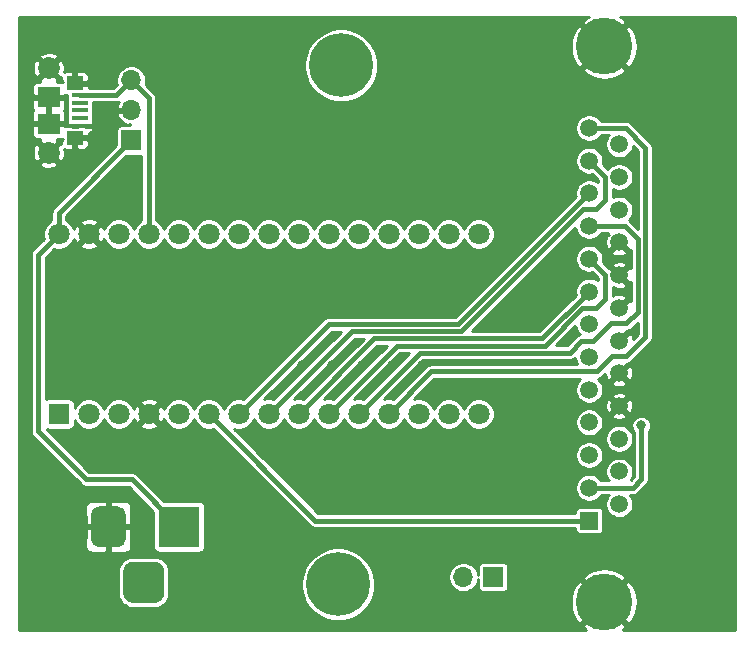
<source format=gbr>
%TF.GenerationSoftware,KiCad,Pcbnew,(5.1.6)-1*%
%TF.CreationDate,2023-12-08T07:15:53-05:00*%
%TF.ProjectId,plipbox-wiretap,706c6970-626f-4782-9d77-697265746170,rev?*%
%TF.SameCoordinates,Original*%
%TF.FileFunction,Copper,L1,Top*%
%TF.FilePolarity,Positive*%
%FSLAX46Y46*%
G04 Gerber Fmt 4.6, Leading zero omitted, Abs format (unit mm)*
G04 Created by KiCad (PCBNEW (5.1.6)-1) date 2023-12-08 07:15:53*
%MOMM*%
%LPD*%
G01*
G04 APERTURE LIST*
%TA.AperFunction,ComponentPad*%
%ADD10C,5.400000*%
%TD*%
%TA.AperFunction,ComponentPad*%
%ADD11C,0.800000*%
%TD*%
%TA.AperFunction,ComponentPad*%
%ADD12R,1.500000X1.500000*%
%TD*%
%TA.AperFunction,ComponentPad*%
%ADD13C,1.500000*%
%TD*%
%TA.AperFunction,ComponentPad*%
%ADD14C,4.800000*%
%TD*%
%TA.AperFunction,ComponentPad*%
%ADD15R,1.700000X1.700000*%
%TD*%
%TA.AperFunction,ComponentPad*%
%ADD16O,1.700000X1.700000*%
%TD*%
%TA.AperFunction,ComponentPad*%
%ADD17R,3.500000X3.500000*%
%TD*%
%TA.AperFunction,ComponentPad*%
%ADD18C,1.800000*%
%TD*%
%TA.AperFunction,ComponentPad*%
%ADD19R,1.800000X1.800000*%
%TD*%
%TA.AperFunction,SMDPad,CuDef*%
%ADD20R,1.400000X0.400000*%
%TD*%
%TA.AperFunction,ComponentPad*%
%ADD21C,1.850000*%
%TD*%
%TA.AperFunction,SMDPad,CuDef*%
%ADD22R,1.900000X1.750000*%
%TD*%
%TA.AperFunction,SMDPad,CuDef*%
%ADD23R,1.450000X1.150000*%
%TD*%
%TA.AperFunction,ViaPad*%
%ADD24C,0.800000*%
%TD*%
%TA.AperFunction,Conductor*%
%ADD25C,0.400000*%
%TD*%
%TA.AperFunction,Conductor*%
%ADD26C,0.254000*%
%TD*%
G04 APERTURE END LIST*
D10*
%TO.P,REF\u002A\u002A,1*%
%TO.N,N/C*%
X176022000Y-101092000D03*
D11*
X178047000Y-101092000D03*
X177453891Y-102523891D03*
X176022000Y-103117000D03*
X174590109Y-102523891D03*
X173997000Y-101092000D03*
X174590109Y-99660109D03*
X176022000Y-99067000D03*
X177453891Y-99660109D03*
%TD*%
%TO.P,REF\u002A\u002A,1*%
%TO.N,N/C*%
X177707891Y-55718109D03*
X176276000Y-55125000D03*
X174844109Y-55718109D03*
X174251000Y-57150000D03*
X174844109Y-58581891D03*
X176276000Y-59175000D03*
X177707891Y-58581891D03*
X178301000Y-57150000D03*
D10*
X176276000Y-57150000D03*
%TD*%
D12*
%TO.P,J0,1*%
%TO.N,D3*%
X197281800Y-95681800D03*
D13*
%TO.P,J0,2*%
%TO.N,A0*%
X197281800Y-92911800D03*
%TO.P,J0,3*%
%TO.N,A1*%
X197281800Y-90141800D03*
%TO.P,J0,4*%
%TO.N,A2*%
X197281800Y-87371800D03*
%TO.P,J0,5*%
%TO.N,A3*%
X197281800Y-84601800D03*
%TO.P,J0,6*%
%TO.N,A4*%
X197281800Y-81831800D03*
%TO.P,J0,7*%
%TO.N,A5*%
X197281800Y-79061800D03*
%TO.P,J0,8*%
%TO.N,D6*%
X197281800Y-76291800D03*
%TO.P,J0,9*%
%TO.N,D7*%
X197281800Y-73521800D03*
%TO.P,J0,10*%
%TO.N,D8*%
X197281800Y-70751800D03*
%TO.P,J0,11*%
%TO.N,D4*%
X197281800Y-67981800D03*
%TO.P,J0,12*%
%TO.N,D5*%
X197281800Y-65211800D03*
%TO.P,J0,13*%
%TO.N,D9*%
X197281800Y-62441800D03*
%TO.P,J0,14*%
%TO.N,N/C*%
X199821800Y-94296800D03*
%TO.P,J0,15*%
X199821800Y-91526800D03*
%TO.P,J0,16*%
%TO.N,Net-(J0-Pad16)*%
X199821800Y-88756800D03*
%TO.P,J0,17*%
%TO.N,GND*%
X199821800Y-85986800D03*
%TO.P,J0,18*%
X199821800Y-83216800D03*
%TO.P,J0,19*%
X199821800Y-80446800D03*
%TO.P,J0,20*%
X199821800Y-77676800D03*
%TO.P,J0,21*%
X199821800Y-74906800D03*
%TO.P,J0,22*%
X199821800Y-72136800D03*
%TO.P,J0,23*%
%TO.N,N/C*%
X199821800Y-69366800D03*
%TO.P,J0,24*%
X199821800Y-66596800D03*
%TO.P,J0,25*%
X199821800Y-63826800D03*
D14*
%TO.P,J0,MH1*%
%TO.N,GND*%
X198551800Y-102581800D03*
%TO.P,J0,MH2*%
X198551800Y-55541800D03*
%TD*%
D15*
%TO.P,J1,1*%
%TO.N,VCC*%
X158496000Y-63500000D03*
D16*
%TO.P,J1,2*%
%TO.N,GND*%
X158496000Y-60960000D03*
%TO.P,J1,3*%
%TO.N,+5V*%
X158496000Y-58420000D03*
%TD*%
D17*
%TO.P,J3,1*%
%TO.N,VCC*%
X162560000Y-96215200D03*
%TO.P,J3,2*%
%TO.N,GND*%
%TA.AperFunction,ComponentPad*%
G36*
G01*
X155060000Y-97215200D02*
X155060000Y-95215200D01*
G75*
G02*
X155810000Y-94465200I750000J0D01*
G01*
X157310000Y-94465200D01*
G75*
G02*
X158060000Y-95215200I0J-750000D01*
G01*
X158060000Y-97215200D01*
G75*
G02*
X157310000Y-97965200I-750000J0D01*
G01*
X155810000Y-97965200D01*
G75*
G02*
X155060000Y-97215200I0J750000D01*
G01*
G37*
%TD.AperFunction*%
%TO.P,J3,3*%
%TO.N,N/C*%
%TA.AperFunction,ComponentPad*%
G36*
G01*
X157810000Y-101790200D02*
X157810000Y-100040200D01*
G75*
G02*
X158685000Y-99165200I875000J0D01*
G01*
X160435000Y-99165200D01*
G75*
G02*
X161310000Y-100040200I0J-875000D01*
G01*
X161310000Y-101790200D01*
G75*
G02*
X160435000Y-102665200I-875000J0D01*
G01*
X158685000Y-102665200D01*
G75*
G02*
X157810000Y-101790200I0J875000D01*
G01*
G37*
%TD.AperFunction*%
%TD*%
D18*
%TO.P,TB1,30*%
%TO.N,VCC*%
X152374600Y-71424800D03*
%TO.P,TB1,29*%
%TO.N,GND*%
X154914600Y-71424800D03*
%TO.P,TB1,28*%
%TO.N,RST*%
X157454600Y-71424800D03*
%TO.P,TB1,27*%
%TO.N,+5V*%
X159994600Y-71424800D03*
%TO.P,TB1,26*%
%TO.N,N/C*%
X162534600Y-71424800D03*
%TO.P,TB1,25*%
X165074600Y-71424800D03*
%TO.P,TB1,24*%
%TO.N,A5*%
X167614600Y-71424800D03*
%TO.P,TB1,23*%
%TO.N,A4*%
X170154600Y-71424800D03*
%TO.P,TB1,22*%
%TO.N,A3*%
X172694600Y-71424800D03*
%TO.P,TB1,21*%
%TO.N,A2*%
X175234600Y-71424800D03*
%TO.P,TB1,20*%
%TO.N,A1*%
X177774600Y-71424800D03*
%TO.P,TB1,19*%
%TO.N,A0*%
X180314600Y-71424800D03*
%TO.P,TB1,18*%
%TO.N,N/C*%
X182854600Y-71424800D03*
%TO.P,TB1,17*%
X185394600Y-71424800D03*
%TO.P,TB1,16*%
X187934600Y-71424800D03*
%TO.P,TB1,15*%
X187934600Y-86664800D03*
%TO.P,TB1,14*%
X185394600Y-86664800D03*
%TO.P,TB1,13*%
X182854600Y-86664800D03*
%TO.P,TB1,12*%
%TO.N,D9*%
X180314600Y-86664800D03*
%TO.P,TB1,11*%
%TO.N,D8*%
X177774600Y-86664800D03*
%TO.P,TB1,10*%
%TO.N,D7*%
X175234600Y-86664800D03*
%TO.P,TB1,9*%
%TO.N,D6*%
X172694600Y-86664800D03*
%TO.P,TB1,8*%
%TO.N,D5*%
X170154600Y-86664800D03*
%TO.P,TB1,7*%
%TO.N,D4*%
X167614600Y-86664800D03*
%TO.P,TB1,6*%
%TO.N,D3*%
X165074600Y-86664800D03*
%TO.P,TB1,5*%
%TO.N,N/C*%
X162534600Y-86664800D03*
%TO.P,TB1,4*%
%TO.N,GND*%
X159994600Y-86664800D03*
%TO.P,TB1,3*%
%TO.N,RST*%
X157454600Y-86664800D03*
%TO.P,TB1,2*%
%TO.N,N/C*%
X154914600Y-86664800D03*
D19*
%TO.P,TB1,1*%
X152374600Y-86664800D03*
%TD*%
D20*
%TO.P,J2,1*%
%TO.N,+5V*%
X154161000Y-59660000D03*
%TO.P,J2,2*%
%TO.N,N/C*%
X154161000Y-60310000D03*
%TO.P,J2,3*%
X154161000Y-60960000D03*
%TO.P,J2,4*%
X154161000Y-61610000D03*
%TO.P,J2,5*%
%TO.N,GND*%
X154161000Y-62260000D03*
D21*
%TO.P,J2,MH1*%
X151511000Y-57385000D03*
%TO.P,J2,MH2*%
X151511000Y-64535000D03*
D22*
%TO.P,J2,MP1*%
X151511000Y-59835000D03*
%TO.P,J2,MP2*%
X151511000Y-62085000D03*
D23*
%TO.P,J2,MP3*%
X153741000Y-58640000D03*
%TO.P,J2,MP4*%
X153741000Y-63280000D03*
%TD*%
D15*
%TO.P,J4,1*%
%TO.N,Net-(J0-Pad16)*%
X189153800Y-100467160D03*
D16*
%TO.P,J4,2*%
%TO.N,RST*%
X186613800Y-100467160D03*
%TD*%
D24*
%TO.N,A0*%
X201676000Y-87630000D03*
%TO.N,GND*%
X172974000Y-82550000D03*
X175514000Y-82550000D03*
X178054000Y-82550000D03*
X180594000Y-82550000D03*
X183134000Y-82550000D03*
X181864000Y-76454000D03*
X181864000Y-73914000D03*
X190754000Y-71374000D03*
X190754000Y-67818000D03*
X173228000Y-75692000D03*
X195326000Y-80518000D03*
%TD*%
D25*
%TO.N,D3*%
X174091600Y-95681800D02*
X197281800Y-95681800D01*
X165074600Y-86664800D02*
X174091600Y-95681800D01*
%TO.N,A0*%
X201676000Y-87630000D02*
X201676000Y-92202000D01*
X200966200Y-92911800D02*
X197281800Y-92911800D01*
X201676000Y-92202000D02*
X200966200Y-92911800D01*
%TO.N,D6*%
X179095400Y-80264000D02*
X193309600Y-80264000D01*
X193309600Y-80264000D02*
X197281800Y-76291800D01*
X172694600Y-86664800D02*
X179095400Y-80264000D01*
%TO.N,D7*%
X198628000Y-74868000D02*
X197281800Y-73521800D01*
X181035391Y-80864009D02*
X193558132Y-80864010D01*
X175234600Y-86664800D02*
X181035391Y-80864009D01*
X197866000Y-77724000D02*
X198628000Y-76962000D01*
X198628000Y-76962000D02*
X198628000Y-74868000D01*
X193558132Y-80864010D02*
X196698142Y-77724000D01*
X196698142Y-77724000D02*
X197866000Y-77724000D01*
%TO.N,D8*%
X200291800Y-70751800D02*
X197281800Y-70751800D01*
X201422000Y-78005301D02*
X201422000Y-71882000D01*
X199136000Y-78994000D02*
X200433301Y-78994000D01*
X197612000Y-80518000D02*
X199136000Y-78994000D01*
X177774600Y-86664800D02*
X182975381Y-81464019D01*
X201422000Y-71882000D02*
X200291800Y-70751800D01*
X200433301Y-78994000D02*
X201422000Y-78005301D01*
X195649981Y-81464019D02*
X196596000Y-80518000D01*
X182975381Y-81464019D02*
X195649981Y-81464019D01*
X196596000Y-80518000D02*
X197612000Y-80518000D01*
%TO.N,D4*%
X167614600Y-86664800D02*
X175215422Y-79063978D01*
X175215422Y-79063978D02*
X186199622Y-79063978D01*
X186199622Y-79063978D02*
X197281800Y-67981800D01*
%TO.N,D5*%
X198628000Y-66558000D02*
X197281800Y-65211800D01*
X177155411Y-79663989D02*
X186448153Y-79663989D01*
X197871801Y-69342000D02*
X198628000Y-68585801D01*
X198628000Y-68585801D02*
X198628000Y-66558000D01*
X196770142Y-69342000D02*
X197871801Y-69342000D01*
X186448153Y-79663989D02*
X196770142Y-69342000D01*
X170154600Y-86664800D02*
X177155411Y-79663989D01*
%TO.N,D9*%
X202022010Y-64100010D02*
X200363800Y-62441800D01*
X183921400Y-83058000D02*
X197945299Y-83058000D01*
X202022010Y-80171990D02*
X202022010Y-64100010D01*
X200406000Y-81788000D02*
X202022010Y-80171990D01*
X200363800Y-62441800D02*
X197281800Y-62441800D01*
X180314600Y-86664800D02*
X183921400Y-83058000D01*
X197945299Y-83058000D02*
X199215299Y-81788000D01*
X199215299Y-81788000D02*
X200406000Y-81788000D01*
%TO.N,VCC*%
X152374600Y-69621400D02*
X158496000Y-63500000D01*
X152374600Y-71424800D02*
X152374600Y-69621400D01*
X150622000Y-88138000D02*
X150622000Y-73177400D01*
X154686000Y-92202000D02*
X150622000Y-88138000D01*
X150622000Y-73177400D02*
X152374600Y-71424800D01*
X162560000Y-96215200D02*
X158546800Y-92202000D01*
X158546800Y-92202000D02*
X154686000Y-92202000D01*
%TO.N,+5V*%
X157256000Y-59660000D02*
X158496000Y-58420000D01*
X154161000Y-59660000D02*
X157256000Y-59660000D01*
X159994600Y-59918600D02*
X159994600Y-71424800D01*
X158496000Y-58420000D02*
X159994600Y-59918600D01*
%TD*%
D26*
%TO.N,GND*%
G36*
X196986505Y-53171292D02*
G01*
X196710509Y-53520904D01*
X198551800Y-55362195D01*
X200393091Y-53520904D01*
X200117095Y-53171292D01*
X199849253Y-53030000D01*
X209606000Y-53030000D01*
X209606001Y-104958000D01*
X200106446Y-104958000D01*
X200117095Y-104952308D01*
X200393091Y-104602696D01*
X198551800Y-102761405D01*
X196710509Y-104602696D01*
X196986505Y-104952308D01*
X196997295Y-104958000D01*
X149042000Y-104958000D01*
X149042000Y-100040200D01*
X157380934Y-100040200D01*
X157380934Y-101790200D01*
X157405991Y-102044611D01*
X157480200Y-102289244D01*
X157600709Y-102514700D01*
X157762886Y-102712314D01*
X157960500Y-102874491D01*
X158185956Y-102995000D01*
X158430589Y-103069209D01*
X158685000Y-103094266D01*
X160435000Y-103094266D01*
X160689411Y-103069209D01*
X160934044Y-102995000D01*
X161159500Y-102874491D01*
X161357114Y-102712314D01*
X161519291Y-102514700D01*
X161639800Y-102289244D01*
X161714009Y-102044611D01*
X161739066Y-101790200D01*
X161739066Y-100784017D01*
X172895000Y-100784017D01*
X172895000Y-101399983D01*
X173015169Y-102004112D01*
X173250889Y-102573190D01*
X173593101Y-103085346D01*
X174028654Y-103520899D01*
X174540810Y-103863111D01*
X175109888Y-104098831D01*
X175714017Y-104219000D01*
X176329983Y-104219000D01*
X176934112Y-104098831D01*
X177503190Y-103863111D01*
X178015346Y-103520899D01*
X178450899Y-103085346D01*
X178777009Y-102597288D01*
X195711164Y-102597288D01*
X195768768Y-103151171D01*
X195933322Y-103683173D01*
X196181292Y-104147095D01*
X196530904Y-104423091D01*
X198372195Y-102581800D01*
X198731405Y-102581800D01*
X200572696Y-104423091D01*
X200922308Y-104147095D01*
X201182133Y-103654555D01*
X201340876Y-103120790D01*
X201392436Y-102566312D01*
X201334832Y-102012429D01*
X201170278Y-101480427D01*
X200922308Y-101016505D01*
X200572696Y-100740509D01*
X198731405Y-102581800D01*
X198372195Y-102581800D01*
X196530904Y-100740509D01*
X196181292Y-101016505D01*
X195921467Y-101509045D01*
X195762724Y-102042810D01*
X195711164Y-102597288D01*
X178777009Y-102597288D01*
X178793111Y-102573190D01*
X179028831Y-102004112D01*
X179149000Y-101399983D01*
X179149000Y-100784017D01*
X179060956Y-100341386D01*
X185336800Y-100341386D01*
X185336800Y-100592934D01*
X185385874Y-100839647D01*
X185482137Y-101072046D01*
X185621889Y-101281200D01*
X185799760Y-101459071D01*
X186008914Y-101598823D01*
X186241313Y-101695086D01*
X186488026Y-101744160D01*
X186739574Y-101744160D01*
X186986287Y-101695086D01*
X187218686Y-101598823D01*
X187427840Y-101459071D01*
X187605711Y-101281200D01*
X187745463Y-101072046D01*
X187841726Y-100839647D01*
X187874734Y-100673704D01*
X187874734Y-101317160D01*
X187882978Y-101400867D01*
X187907395Y-101481356D01*
X187947045Y-101555536D01*
X188000405Y-101620555D01*
X188065424Y-101673915D01*
X188139604Y-101713565D01*
X188220093Y-101737982D01*
X188303800Y-101746226D01*
X190003800Y-101746226D01*
X190087507Y-101737982D01*
X190167996Y-101713565D01*
X190242176Y-101673915D01*
X190307195Y-101620555D01*
X190360555Y-101555536D01*
X190400205Y-101481356D01*
X190424622Y-101400867D01*
X190432866Y-101317160D01*
X190432866Y-100560904D01*
X196710509Y-100560904D01*
X198551800Y-102402195D01*
X200393091Y-100560904D01*
X200117095Y-100211292D01*
X199624555Y-99951467D01*
X199090790Y-99792724D01*
X198536312Y-99741164D01*
X197982429Y-99798768D01*
X197450427Y-99963322D01*
X196986505Y-100211292D01*
X196710509Y-100560904D01*
X190432866Y-100560904D01*
X190432866Y-99617160D01*
X190424622Y-99533453D01*
X190400205Y-99452964D01*
X190360555Y-99378784D01*
X190307195Y-99313765D01*
X190242176Y-99260405D01*
X190167996Y-99220755D01*
X190087507Y-99196338D01*
X190003800Y-99188094D01*
X188303800Y-99188094D01*
X188220093Y-99196338D01*
X188139604Y-99220755D01*
X188065424Y-99260405D01*
X188000405Y-99313765D01*
X187947045Y-99378784D01*
X187907395Y-99452964D01*
X187882978Y-99533453D01*
X187874734Y-99617160D01*
X187874734Y-100260616D01*
X187841726Y-100094673D01*
X187745463Y-99862274D01*
X187605711Y-99653120D01*
X187427840Y-99475249D01*
X187218686Y-99335497D01*
X186986287Y-99239234D01*
X186739574Y-99190160D01*
X186488026Y-99190160D01*
X186241313Y-99239234D01*
X186008914Y-99335497D01*
X185799760Y-99475249D01*
X185621889Y-99653120D01*
X185482137Y-99862274D01*
X185385874Y-100094673D01*
X185336800Y-100341386D01*
X179060956Y-100341386D01*
X179028831Y-100179888D01*
X178793111Y-99610810D01*
X178450899Y-99098654D01*
X178015346Y-98663101D01*
X177503190Y-98320889D01*
X176934112Y-98085169D01*
X176329983Y-97965000D01*
X175714017Y-97965000D01*
X175109888Y-98085169D01*
X174540810Y-98320889D01*
X174028654Y-98663101D01*
X173593101Y-99098654D01*
X173250889Y-99610810D01*
X173015169Y-100179888D01*
X172895000Y-100784017D01*
X161739066Y-100784017D01*
X161739066Y-100040200D01*
X161714009Y-99785789D01*
X161639800Y-99541156D01*
X161519291Y-99315700D01*
X161357114Y-99118086D01*
X161159500Y-98955909D01*
X160934044Y-98835400D01*
X160689411Y-98761191D01*
X160435000Y-98736134D01*
X158685000Y-98736134D01*
X158430589Y-98761191D01*
X158185956Y-98835400D01*
X157960500Y-98955909D01*
X157762886Y-99118086D01*
X157600709Y-99315700D01*
X157480200Y-99541156D01*
X157405991Y-99785789D01*
X157380934Y-100040200D01*
X149042000Y-100040200D01*
X149042000Y-97965200D01*
X154630934Y-97965200D01*
X154639178Y-98048907D01*
X154663595Y-98129396D01*
X154703245Y-98203576D01*
X154756605Y-98268595D01*
X154821624Y-98321955D01*
X154895804Y-98361605D01*
X154976293Y-98386022D01*
X155060000Y-98394266D01*
X156326250Y-98392200D01*
X156433000Y-98285450D01*
X156433000Y-96342200D01*
X156687000Y-96342200D01*
X156687000Y-98285450D01*
X156793750Y-98392200D01*
X158060000Y-98394266D01*
X158143707Y-98386022D01*
X158224196Y-98361605D01*
X158298376Y-98321955D01*
X158363395Y-98268595D01*
X158416755Y-98203576D01*
X158456405Y-98129396D01*
X158480822Y-98048907D01*
X158489066Y-97965200D01*
X158487000Y-96448950D01*
X158380250Y-96342200D01*
X156687000Y-96342200D01*
X156433000Y-96342200D01*
X154739750Y-96342200D01*
X154633000Y-96448950D01*
X154630934Y-97965200D01*
X149042000Y-97965200D01*
X149042000Y-94465200D01*
X154630934Y-94465200D01*
X154633000Y-95981450D01*
X154739750Y-96088200D01*
X156433000Y-96088200D01*
X156433000Y-94144950D01*
X156687000Y-94144950D01*
X156687000Y-96088200D01*
X158380250Y-96088200D01*
X158487000Y-95981450D01*
X158489066Y-94465200D01*
X158480822Y-94381493D01*
X158456405Y-94301004D01*
X158416755Y-94226824D01*
X158363395Y-94161805D01*
X158298376Y-94108445D01*
X158224196Y-94068795D01*
X158143707Y-94044378D01*
X158060000Y-94036134D01*
X156793750Y-94038200D01*
X156687000Y-94144950D01*
X156433000Y-94144950D01*
X156326250Y-94038200D01*
X155060000Y-94036134D01*
X154976293Y-94044378D01*
X154895804Y-94068795D01*
X154821624Y-94108445D01*
X154756605Y-94161805D01*
X154703245Y-94226824D01*
X154663595Y-94301004D01*
X154639178Y-94381493D01*
X154630934Y-94465200D01*
X149042000Y-94465200D01*
X149042000Y-73177400D01*
X149991967Y-73177400D01*
X149995001Y-73208204D01*
X149995000Y-88107206D01*
X149991967Y-88138000D01*
X149995000Y-88168793D01*
X150004073Y-88260912D01*
X150039925Y-88379102D01*
X150098147Y-88488027D01*
X150176499Y-88583501D01*
X150200427Y-88603138D01*
X154220866Y-92623578D01*
X154240499Y-92647501D01*
X154335972Y-92725853D01*
X154444897Y-92784075D01*
X154563087Y-92819927D01*
X154686000Y-92832033D01*
X154716794Y-92829000D01*
X158287089Y-92829000D01*
X160380934Y-94922846D01*
X160380934Y-97965200D01*
X160389178Y-98048907D01*
X160413595Y-98129396D01*
X160453245Y-98203576D01*
X160506605Y-98268595D01*
X160571624Y-98321955D01*
X160645804Y-98361605D01*
X160726293Y-98386022D01*
X160810000Y-98394266D01*
X164310000Y-98394266D01*
X164393707Y-98386022D01*
X164474196Y-98361605D01*
X164548376Y-98321955D01*
X164613395Y-98268595D01*
X164666755Y-98203576D01*
X164706405Y-98129396D01*
X164730822Y-98048907D01*
X164739066Y-97965200D01*
X164739066Y-94465200D01*
X164730822Y-94381493D01*
X164706405Y-94301004D01*
X164666755Y-94226824D01*
X164613395Y-94161805D01*
X164548376Y-94108445D01*
X164474196Y-94068795D01*
X164393707Y-94044378D01*
X164310000Y-94036134D01*
X161267646Y-94036134D01*
X159011938Y-91780427D01*
X158992301Y-91756499D01*
X158896828Y-91678147D01*
X158787903Y-91619925D01*
X158669713Y-91584073D01*
X158577594Y-91575000D01*
X158546800Y-91571967D01*
X158516006Y-91575000D01*
X154945712Y-91575000D01*
X151341284Y-87970573D01*
X151390893Y-87985622D01*
X151474600Y-87993866D01*
X153274600Y-87993866D01*
X153358307Y-87985622D01*
X153438796Y-87961205D01*
X153512976Y-87921555D01*
X153577995Y-87868195D01*
X153631355Y-87803176D01*
X153671005Y-87728996D01*
X153695422Y-87648507D01*
X153703666Y-87564800D01*
X153703666Y-87208964D01*
X153738628Y-87293370D01*
X153883852Y-87510713D01*
X154068687Y-87695548D01*
X154286030Y-87840772D01*
X154527528Y-87940804D01*
X154783902Y-87991800D01*
X155045298Y-87991800D01*
X155301672Y-87940804D01*
X155543170Y-87840772D01*
X155760513Y-87695548D01*
X155945348Y-87510713D01*
X156090572Y-87293370D01*
X156184600Y-87066367D01*
X156278628Y-87293370D01*
X156423852Y-87510713D01*
X156608687Y-87695548D01*
X156826030Y-87840772D01*
X157067528Y-87940804D01*
X157323902Y-87991800D01*
X157585298Y-87991800D01*
X157841672Y-87940804D01*
X158083170Y-87840772D01*
X158300513Y-87695548D01*
X158378732Y-87617329D01*
X159221676Y-87617329D01*
X159317143Y-87813305D01*
X159554222Y-87923402D01*
X159808226Y-87985132D01*
X160069391Y-87996122D01*
X160327681Y-87955950D01*
X160573172Y-87866160D01*
X160672057Y-87813305D01*
X160767524Y-87617329D01*
X159994600Y-86844405D01*
X159221676Y-87617329D01*
X158378732Y-87617329D01*
X158485348Y-87510713D01*
X158630572Y-87293370D01*
X158726671Y-87061368D01*
X158793240Y-87243372D01*
X158846095Y-87342257D01*
X159042071Y-87437724D01*
X159814995Y-86664800D01*
X160174205Y-86664800D01*
X160947129Y-87437724D01*
X161143105Y-87342257D01*
X161253202Y-87105178D01*
X161263361Y-87063376D01*
X161358628Y-87293370D01*
X161503852Y-87510713D01*
X161688687Y-87695548D01*
X161906030Y-87840772D01*
X162147528Y-87940804D01*
X162403902Y-87991800D01*
X162665298Y-87991800D01*
X162921672Y-87940804D01*
X163163170Y-87840772D01*
X163380513Y-87695548D01*
X163565348Y-87510713D01*
X163710572Y-87293370D01*
X163804600Y-87066367D01*
X163898628Y-87293370D01*
X164043852Y-87510713D01*
X164228687Y-87695548D01*
X164446030Y-87840772D01*
X164687528Y-87940804D01*
X164943902Y-87991800D01*
X165205298Y-87991800D01*
X165461672Y-87940804D01*
X165463242Y-87940154D01*
X173626466Y-96103378D01*
X173646099Y-96127301D01*
X173741572Y-96205653D01*
X173850497Y-96263875D01*
X173968687Y-96299727D01*
X174091600Y-96311833D01*
X174122394Y-96308800D01*
X196102734Y-96308800D01*
X196102734Y-96431800D01*
X196110978Y-96515507D01*
X196135395Y-96595996D01*
X196175045Y-96670176D01*
X196228405Y-96735195D01*
X196293424Y-96788555D01*
X196367604Y-96828205D01*
X196448093Y-96852622D01*
X196531800Y-96860866D01*
X198031800Y-96860866D01*
X198115507Y-96852622D01*
X198195996Y-96828205D01*
X198270176Y-96788555D01*
X198335195Y-96735195D01*
X198388555Y-96670176D01*
X198428205Y-96595996D01*
X198452622Y-96515507D01*
X198460866Y-96431800D01*
X198460866Y-94931800D01*
X198452622Y-94848093D01*
X198428205Y-94767604D01*
X198388555Y-94693424D01*
X198335195Y-94628405D01*
X198270176Y-94575045D01*
X198195996Y-94535395D01*
X198115507Y-94510978D01*
X198031800Y-94502734D01*
X196531800Y-94502734D01*
X196448093Y-94510978D01*
X196367604Y-94535395D01*
X196293424Y-94575045D01*
X196228405Y-94628405D01*
X196175045Y-94693424D01*
X196135395Y-94767604D01*
X196110978Y-94848093D01*
X196102734Y-94931800D01*
X196102734Y-95054800D01*
X174351312Y-95054800D01*
X172092388Y-92795876D01*
X196104800Y-92795876D01*
X196104800Y-93027724D01*
X196150031Y-93255118D01*
X196238756Y-93469319D01*
X196367564Y-93662094D01*
X196531506Y-93826036D01*
X196724281Y-93954844D01*
X196938482Y-94043569D01*
X197165876Y-94088800D01*
X197397724Y-94088800D01*
X197625118Y-94043569D01*
X197839319Y-93954844D01*
X198032094Y-93826036D01*
X198196036Y-93662094D01*
X198278418Y-93538800D01*
X198915270Y-93538800D01*
X198907564Y-93546506D01*
X198778756Y-93739281D01*
X198690031Y-93953482D01*
X198644800Y-94180876D01*
X198644800Y-94412724D01*
X198690031Y-94640118D01*
X198778756Y-94854319D01*
X198907564Y-95047094D01*
X199071506Y-95211036D01*
X199264281Y-95339844D01*
X199478482Y-95428569D01*
X199705876Y-95473800D01*
X199937724Y-95473800D01*
X200165118Y-95428569D01*
X200379319Y-95339844D01*
X200572094Y-95211036D01*
X200736036Y-95047094D01*
X200864844Y-94854319D01*
X200953569Y-94640118D01*
X200998800Y-94412724D01*
X200998800Y-94180876D01*
X200953569Y-93953482D01*
X200864844Y-93739281D01*
X200736036Y-93546506D01*
X200728330Y-93538800D01*
X200935406Y-93538800D01*
X200966200Y-93541833D01*
X200996994Y-93538800D01*
X201089113Y-93529727D01*
X201207303Y-93493875D01*
X201316228Y-93435653D01*
X201411701Y-93357301D01*
X201431338Y-93333373D01*
X202097578Y-92667134D01*
X202121501Y-92647501D01*
X202199853Y-92552028D01*
X202258075Y-92443103D01*
X202293927Y-92324913D01*
X202303000Y-92232794D01*
X202306033Y-92202000D01*
X202303000Y-92171206D01*
X202303000Y-88172553D01*
X202318372Y-88157181D01*
X202408877Y-88021731D01*
X202471218Y-87871227D01*
X202503000Y-87711452D01*
X202503000Y-87548548D01*
X202471218Y-87388773D01*
X202408877Y-87238269D01*
X202318372Y-87102819D01*
X202203181Y-86987628D01*
X202067731Y-86897123D01*
X201917227Y-86834782D01*
X201757452Y-86803000D01*
X201594548Y-86803000D01*
X201434773Y-86834782D01*
X201284269Y-86897123D01*
X201148819Y-86987628D01*
X201033628Y-87102819D01*
X200943123Y-87238269D01*
X200880782Y-87388773D01*
X200849000Y-87548548D01*
X200849000Y-87711452D01*
X200880782Y-87871227D01*
X200943123Y-88021731D01*
X201033628Y-88157181D01*
X201049000Y-88172553D01*
X201049001Y-91942287D01*
X200780017Y-92211271D01*
X200864844Y-92084319D01*
X200953569Y-91870118D01*
X200998800Y-91642724D01*
X200998800Y-91410876D01*
X200953569Y-91183482D01*
X200864844Y-90969281D01*
X200736036Y-90776506D01*
X200572094Y-90612564D01*
X200379319Y-90483756D01*
X200165118Y-90395031D01*
X199937724Y-90349800D01*
X199705876Y-90349800D01*
X199478482Y-90395031D01*
X199264281Y-90483756D01*
X199071506Y-90612564D01*
X198907564Y-90776506D01*
X198778756Y-90969281D01*
X198690031Y-91183482D01*
X198644800Y-91410876D01*
X198644800Y-91642724D01*
X198690031Y-91870118D01*
X198778756Y-92084319D01*
X198907564Y-92277094D01*
X198915270Y-92284800D01*
X198278418Y-92284800D01*
X198196036Y-92161506D01*
X198032094Y-91997564D01*
X197839319Y-91868756D01*
X197625118Y-91780031D01*
X197397724Y-91734800D01*
X197165876Y-91734800D01*
X196938482Y-91780031D01*
X196724281Y-91868756D01*
X196531506Y-91997564D01*
X196367564Y-92161506D01*
X196238756Y-92354281D01*
X196150031Y-92568482D01*
X196104800Y-92795876D01*
X172092388Y-92795876D01*
X169322388Y-90025876D01*
X196104800Y-90025876D01*
X196104800Y-90257724D01*
X196150031Y-90485118D01*
X196238756Y-90699319D01*
X196367564Y-90892094D01*
X196531506Y-91056036D01*
X196724281Y-91184844D01*
X196938482Y-91273569D01*
X197165876Y-91318800D01*
X197397724Y-91318800D01*
X197625118Y-91273569D01*
X197839319Y-91184844D01*
X198032094Y-91056036D01*
X198196036Y-90892094D01*
X198324844Y-90699319D01*
X198413569Y-90485118D01*
X198458800Y-90257724D01*
X198458800Y-90025876D01*
X198413569Y-89798482D01*
X198324844Y-89584281D01*
X198196036Y-89391506D01*
X198032094Y-89227564D01*
X197839319Y-89098756D01*
X197625118Y-89010031D01*
X197397724Y-88964800D01*
X197165876Y-88964800D01*
X196938482Y-89010031D01*
X196724281Y-89098756D01*
X196531506Y-89227564D01*
X196367564Y-89391506D01*
X196238756Y-89584281D01*
X196150031Y-89798482D01*
X196104800Y-90025876D01*
X169322388Y-90025876D01*
X167937388Y-88640876D01*
X198644800Y-88640876D01*
X198644800Y-88872724D01*
X198690031Y-89100118D01*
X198778756Y-89314319D01*
X198907564Y-89507094D01*
X199071506Y-89671036D01*
X199264281Y-89799844D01*
X199478482Y-89888569D01*
X199705876Y-89933800D01*
X199937724Y-89933800D01*
X200165118Y-89888569D01*
X200379319Y-89799844D01*
X200572094Y-89671036D01*
X200736036Y-89507094D01*
X200864844Y-89314319D01*
X200953569Y-89100118D01*
X200998800Y-88872724D01*
X200998800Y-88640876D01*
X200953569Y-88413482D01*
X200864844Y-88199281D01*
X200736036Y-88006506D01*
X200572094Y-87842564D01*
X200379319Y-87713756D01*
X200165118Y-87625031D01*
X199937724Y-87579800D01*
X199705876Y-87579800D01*
X199478482Y-87625031D01*
X199264281Y-87713756D01*
X199071506Y-87842564D01*
X198907564Y-88006506D01*
X198778756Y-88199281D01*
X198690031Y-88413482D01*
X198644800Y-88640876D01*
X167937388Y-88640876D01*
X167239745Y-87943234D01*
X167483902Y-87991800D01*
X167745298Y-87991800D01*
X168001672Y-87940804D01*
X168243170Y-87840772D01*
X168460513Y-87695548D01*
X168645348Y-87510713D01*
X168790572Y-87293370D01*
X168884600Y-87066367D01*
X168978628Y-87293370D01*
X169123852Y-87510713D01*
X169308687Y-87695548D01*
X169526030Y-87840772D01*
X169767528Y-87940804D01*
X170023902Y-87991800D01*
X170285298Y-87991800D01*
X170541672Y-87940804D01*
X170783170Y-87840772D01*
X171000513Y-87695548D01*
X171185348Y-87510713D01*
X171330572Y-87293370D01*
X171424600Y-87066367D01*
X171518628Y-87293370D01*
X171663852Y-87510713D01*
X171848687Y-87695548D01*
X172066030Y-87840772D01*
X172307528Y-87940804D01*
X172563902Y-87991800D01*
X172825298Y-87991800D01*
X173081672Y-87940804D01*
X173323170Y-87840772D01*
X173540513Y-87695548D01*
X173725348Y-87510713D01*
X173870572Y-87293370D01*
X173964600Y-87066367D01*
X174058628Y-87293370D01*
X174203852Y-87510713D01*
X174388687Y-87695548D01*
X174606030Y-87840772D01*
X174847528Y-87940804D01*
X175103902Y-87991800D01*
X175365298Y-87991800D01*
X175621672Y-87940804D01*
X175863170Y-87840772D01*
X176080513Y-87695548D01*
X176265348Y-87510713D01*
X176410572Y-87293370D01*
X176504600Y-87066367D01*
X176598628Y-87293370D01*
X176743852Y-87510713D01*
X176928687Y-87695548D01*
X177146030Y-87840772D01*
X177387528Y-87940804D01*
X177643902Y-87991800D01*
X177905298Y-87991800D01*
X178161672Y-87940804D01*
X178403170Y-87840772D01*
X178620513Y-87695548D01*
X178805348Y-87510713D01*
X178950572Y-87293370D01*
X179044600Y-87066367D01*
X179138628Y-87293370D01*
X179283852Y-87510713D01*
X179468687Y-87695548D01*
X179686030Y-87840772D01*
X179927528Y-87940804D01*
X180183902Y-87991800D01*
X180445298Y-87991800D01*
X180701672Y-87940804D01*
X180943170Y-87840772D01*
X181160513Y-87695548D01*
X181345348Y-87510713D01*
X181490572Y-87293370D01*
X181584600Y-87066367D01*
X181678628Y-87293370D01*
X181823852Y-87510713D01*
X182008687Y-87695548D01*
X182226030Y-87840772D01*
X182467528Y-87940804D01*
X182723902Y-87991800D01*
X182985298Y-87991800D01*
X183241672Y-87940804D01*
X183483170Y-87840772D01*
X183700513Y-87695548D01*
X183885348Y-87510713D01*
X184030572Y-87293370D01*
X184124600Y-87066367D01*
X184218628Y-87293370D01*
X184363852Y-87510713D01*
X184548687Y-87695548D01*
X184766030Y-87840772D01*
X185007528Y-87940804D01*
X185263902Y-87991800D01*
X185525298Y-87991800D01*
X185781672Y-87940804D01*
X186023170Y-87840772D01*
X186240513Y-87695548D01*
X186425348Y-87510713D01*
X186570572Y-87293370D01*
X186664600Y-87066367D01*
X186758628Y-87293370D01*
X186903852Y-87510713D01*
X187088687Y-87695548D01*
X187306030Y-87840772D01*
X187547528Y-87940804D01*
X187803902Y-87991800D01*
X188065298Y-87991800D01*
X188321672Y-87940804D01*
X188563170Y-87840772D01*
X188780513Y-87695548D01*
X188965348Y-87510713D01*
X189110572Y-87293370D01*
X189126102Y-87255876D01*
X196104800Y-87255876D01*
X196104800Y-87487724D01*
X196150031Y-87715118D01*
X196238756Y-87929319D01*
X196367564Y-88122094D01*
X196531506Y-88286036D01*
X196724281Y-88414844D01*
X196938482Y-88503569D01*
X197165876Y-88548800D01*
X197397724Y-88548800D01*
X197625118Y-88503569D01*
X197839319Y-88414844D01*
X198032094Y-88286036D01*
X198196036Y-88122094D01*
X198324844Y-87929319D01*
X198413569Y-87715118D01*
X198458800Y-87487724D01*
X198458800Y-87255876D01*
X198413569Y-87028482D01*
X198332222Y-86832092D01*
X199156113Y-86832092D01*
X199233395Y-87012736D01*
X199444851Y-87107815D01*
X199670792Y-87159814D01*
X199902538Y-87166736D01*
X200131180Y-87128312D01*
X200347933Y-87046021D01*
X200410205Y-87012736D01*
X200487487Y-86832092D01*
X199821800Y-86166405D01*
X199156113Y-86832092D01*
X198332222Y-86832092D01*
X198324844Y-86814281D01*
X198196036Y-86621506D01*
X198032094Y-86457564D01*
X197839319Y-86328756D01*
X197625118Y-86240031D01*
X197397724Y-86194800D01*
X197165876Y-86194800D01*
X196938482Y-86240031D01*
X196724281Y-86328756D01*
X196531506Y-86457564D01*
X196367564Y-86621506D01*
X196238756Y-86814281D01*
X196150031Y-87028482D01*
X196104800Y-87255876D01*
X189126102Y-87255876D01*
X189210604Y-87051872D01*
X189261600Y-86795498D01*
X189261600Y-86534102D01*
X189210604Y-86277728D01*
X189123541Y-86067538D01*
X198641864Y-86067538D01*
X198680288Y-86296180D01*
X198762579Y-86512933D01*
X198795864Y-86575205D01*
X198976508Y-86652487D01*
X199642195Y-85986800D01*
X200001405Y-85986800D01*
X200667092Y-86652487D01*
X200847736Y-86575205D01*
X200942815Y-86363749D01*
X200994814Y-86137808D01*
X201001736Y-85906062D01*
X200963312Y-85677420D01*
X200881021Y-85460667D01*
X200847736Y-85398395D01*
X200667092Y-85321113D01*
X200001405Y-85986800D01*
X199642195Y-85986800D01*
X198976508Y-85321113D01*
X198795864Y-85398395D01*
X198700785Y-85609851D01*
X198648786Y-85835792D01*
X198641864Y-86067538D01*
X189123541Y-86067538D01*
X189110572Y-86036230D01*
X188965348Y-85818887D01*
X188780513Y-85634052D01*
X188563170Y-85488828D01*
X188321672Y-85388796D01*
X188065298Y-85337800D01*
X187803902Y-85337800D01*
X187547528Y-85388796D01*
X187306030Y-85488828D01*
X187088687Y-85634052D01*
X186903852Y-85818887D01*
X186758628Y-86036230D01*
X186664600Y-86263233D01*
X186570572Y-86036230D01*
X186425348Y-85818887D01*
X186240513Y-85634052D01*
X186023170Y-85488828D01*
X185781672Y-85388796D01*
X185525298Y-85337800D01*
X185263902Y-85337800D01*
X185007528Y-85388796D01*
X184766030Y-85488828D01*
X184548687Y-85634052D01*
X184363852Y-85818887D01*
X184218628Y-86036230D01*
X184124600Y-86263233D01*
X184030572Y-86036230D01*
X183885348Y-85818887D01*
X183700513Y-85634052D01*
X183483170Y-85488828D01*
X183241672Y-85388796D01*
X182985298Y-85337800D01*
X182723902Y-85337800D01*
X182479746Y-85386366D01*
X184181112Y-83685000D01*
X196535343Y-83685000D01*
X196531506Y-83687564D01*
X196367564Y-83851506D01*
X196238756Y-84044281D01*
X196150031Y-84258482D01*
X196104800Y-84485876D01*
X196104800Y-84717724D01*
X196150031Y-84945118D01*
X196238756Y-85159319D01*
X196367564Y-85352094D01*
X196531506Y-85516036D01*
X196724281Y-85644844D01*
X196938482Y-85733569D01*
X197165876Y-85778800D01*
X197397724Y-85778800D01*
X197625118Y-85733569D01*
X197839319Y-85644844D01*
X198032094Y-85516036D01*
X198196036Y-85352094D01*
X198324844Y-85159319D01*
X198332221Y-85141508D01*
X199156113Y-85141508D01*
X199821800Y-85807195D01*
X200487487Y-85141508D01*
X200410205Y-84960864D01*
X200198749Y-84865785D01*
X199972808Y-84813786D01*
X199741062Y-84806864D01*
X199512420Y-84845288D01*
X199295667Y-84927579D01*
X199233395Y-84960864D01*
X199156113Y-85141508D01*
X198332221Y-85141508D01*
X198413569Y-84945118D01*
X198458800Y-84717724D01*
X198458800Y-84485876D01*
X198413569Y-84258482D01*
X198332222Y-84062092D01*
X199156113Y-84062092D01*
X199233395Y-84242736D01*
X199444851Y-84337815D01*
X199670792Y-84389814D01*
X199902538Y-84396736D01*
X200131180Y-84358312D01*
X200347933Y-84276021D01*
X200410205Y-84242736D01*
X200487487Y-84062092D01*
X199821800Y-83396405D01*
X199156113Y-84062092D01*
X198332222Y-84062092D01*
X198324844Y-84044281D01*
X198196036Y-83851506D01*
X198032094Y-83687564D01*
X198021555Y-83680522D01*
X198068212Y-83675927D01*
X198186402Y-83640075D01*
X198295327Y-83581853D01*
X198390800Y-83503501D01*
X198410437Y-83479573D01*
X198643385Y-83246626D01*
X198641864Y-83297538D01*
X198680288Y-83526180D01*
X198762579Y-83742933D01*
X198795864Y-83805205D01*
X198976508Y-83882487D01*
X199642195Y-83216800D01*
X200001405Y-83216800D01*
X200667092Y-83882487D01*
X200847736Y-83805205D01*
X200942815Y-83593749D01*
X200994814Y-83367808D01*
X201001736Y-83136062D01*
X200963312Y-82907420D01*
X200881021Y-82690667D01*
X200847736Y-82628395D01*
X200667092Y-82551113D01*
X200001405Y-83216800D01*
X199642195Y-83216800D01*
X199628053Y-83202658D01*
X199807658Y-83023053D01*
X199821800Y-83037195D01*
X200444782Y-82414213D01*
X200528913Y-82405927D01*
X200647103Y-82370075D01*
X200756028Y-82311853D01*
X200851501Y-82233501D01*
X200871138Y-82209573D01*
X202443589Y-80637123D01*
X202467511Y-80617491D01*
X202545863Y-80522018D01*
X202604085Y-80413093D01*
X202639937Y-80294903D01*
X202649010Y-80202784D01*
X202649010Y-80202783D01*
X202652043Y-80171991D01*
X202649010Y-80141199D01*
X202649010Y-64130803D01*
X202652043Y-64100009D01*
X202639937Y-63977097D01*
X202629510Y-63942724D01*
X202604085Y-63858907D01*
X202545863Y-63749982D01*
X202467511Y-63654509D01*
X202443588Y-63634876D01*
X200828938Y-62020227D01*
X200809301Y-61996299D01*
X200713828Y-61917947D01*
X200604903Y-61859725D01*
X200486713Y-61823873D01*
X200394594Y-61814800D01*
X200363800Y-61811767D01*
X200333006Y-61814800D01*
X198278418Y-61814800D01*
X198196036Y-61691506D01*
X198032094Y-61527564D01*
X197839319Y-61398756D01*
X197625118Y-61310031D01*
X197397724Y-61264800D01*
X197165876Y-61264800D01*
X196938482Y-61310031D01*
X196724281Y-61398756D01*
X196531506Y-61527564D01*
X196367564Y-61691506D01*
X196238756Y-61884281D01*
X196150031Y-62098482D01*
X196104800Y-62325876D01*
X196104800Y-62557724D01*
X196150031Y-62785118D01*
X196238756Y-62999319D01*
X196367564Y-63192094D01*
X196531506Y-63356036D01*
X196724281Y-63484844D01*
X196938482Y-63573569D01*
X197165876Y-63618800D01*
X197397724Y-63618800D01*
X197625118Y-63573569D01*
X197839319Y-63484844D01*
X198032094Y-63356036D01*
X198196036Y-63192094D01*
X198278418Y-63068800D01*
X198915270Y-63068800D01*
X198907564Y-63076506D01*
X198778756Y-63269281D01*
X198690031Y-63483482D01*
X198644800Y-63710876D01*
X198644800Y-63942724D01*
X198690031Y-64170118D01*
X198778756Y-64384319D01*
X198907564Y-64577094D01*
X199071506Y-64741036D01*
X199264281Y-64869844D01*
X199478482Y-64958569D01*
X199705876Y-65003800D01*
X199937724Y-65003800D01*
X200165118Y-64958569D01*
X200379319Y-64869844D01*
X200572094Y-64741036D01*
X200736036Y-64577094D01*
X200864844Y-64384319D01*
X200953569Y-64170118D01*
X200995351Y-63960063D01*
X201395011Y-64359723D01*
X201395011Y-70968299D01*
X200756938Y-70330227D01*
X200737301Y-70306299D01*
X200641828Y-70227947D01*
X200630981Y-70222149D01*
X200736036Y-70117094D01*
X200864844Y-69924319D01*
X200953569Y-69710118D01*
X200998800Y-69482724D01*
X200998800Y-69250876D01*
X200953569Y-69023482D01*
X200864844Y-68809281D01*
X200736036Y-68616506D01*
X200572094Y-68452564D01*
X200379319Y-68323756D01*
X200165118Y-68235031D01*
X199937724Y-68189800D01*
X199705876Y-68189800D01*
X199478482Y-68235031D01*
X199264281Y-68323756D01*
X199255000Y-68329957D01*
X199255000Y-67633643D01*
X199264281Y-67639844D01*
X199478482Y-67728569D01*
X199705876Y-67773800D01*
X199937724Y-67773800D01*
X200165118Y-67728569D01*
X200379319Y-67639844D01*
X200572094Y-67511036D01*
X200736036Y-67347094D01*
X200864844Y-67154319D01*
X200953569Y-66940118D01*
X200998800Y-66712724D01*
X200998800Y-66480876D01*
X200953569Y-66253482D01*
X200864844Y-66039281D01*
X200736036Y-65846506D01*
X200572094Y-65682564D01*
X200379319Y-65553756D01*
X200165118Y-65465031D01*
X199937724Y-65419800D01*
X199705876Y-65419800D01*
X199478482Y-65465031D01*
X199264281Y-65553756D01*
X199071506Y-65682564D01*
X198907564Y-65846506D01*
X198865769Y-65909057D01*
X198429871Y-65473160D01*
X198458800Y-65327724D01*
X198458800Y-65095876D01*
X198413569Y-64868482D01*
X198324844Y-64654281D01*
X198196036Y-64461506D01*
X198032094Y-64297564D01*
X197839319Y-64168756D01*
X197625118Y-64080031D01*
X197397724Y-64034800D01*
X197165876Y-64034800D01*
X196938482Y-64080031D01*
X196724281Y-64168756D01*
X196531506Y-64297564D01*
X196367564Y-64461506D01*
X196238756Y-64654281D01*
X196150031Y-64868482D01*
X196104800Y-65095876D01*
X196104800Y-65327724D01*
X196150031Y-65555118D01*
X196238756Y-65769319D01*
X196367564Y-65962094D01*
X196531506Y-66126036D01*
X196724281Y-66254844D01*
X196938482Y-66343569D01*
X197165876Y-66388800D01*
X197397724Y-66388800D01*
X197543160Y-66359871D01*
X198001001Y-66817713D01*
X198001001Y-67046788D01*
X197839319Y-66938756D01*
X197625118Y-66850031D01*
X197397724Y-66804800D01*
X197165876Y-66804800D01*
X196938482Y-66850031D01*
X196724281Y-66938756D01*
X196531506Y-67067564D01*
X196367564Y-67231506D01*
X196238756Y-67424281D01*
X196150031Y-67638482D01*
X196104800Y-67865876D01*
X196104800Y-68097724D01*
X196133729Y-68243159D01*
X185939911Y-78436978D01*
X175246216Y-78436978D01*
X175215422Y-78433945D01*
X175092509Y-78446051D01*
X174974318Y-78481903D01*
X174899131Y-78522092D01*
X174865394Y-78540125D01*
X174769921Y-78618477D01*
X174750284Y-78642405D01*
X168003242Y-85389447D01*
X168001672Y-85388796D01*
X167745298Y-85337800D01*
X167483902Y-85337800D01*
X167227528Y-85388796D01*
X166986030Y-85488828D01*
X166768687Y-85634052D01*
X166583852Y-85818887D01*
X166438628Y-86036230D01*
X166344600Y-86263233D01*
X166250572Y-86036230D01*
X166105348Y-85818887D01*
X165920513Y-85634052D01*
X165703170Y-85488828D01*
X165461672Y-85388796D01*
X165205298Y-85337800D01*
X164943902Y-85337800D01*
X164687528Y-85388796D01*
X164446030Y-85488828D01*
X164228687Y-85634052D01*
X164043852Y-85818887D01*
X163898628Y-86036230D01*
X163804600Y-86263233D01*
X163710572Y-86036230D01*
X163565348Y-85818887D01*
X163380513Y-85634052D01*
X163163170Y-85488828D01*
X162921672Y-85388796D01*
X162665298Y-85337800D01*
X162403902Y-85337800D01*
X162147528Y-85388796D01*
X161906030Y-85488828D01*
X161688687Y-85634052D01*
X161503852Y-85818887D01*
X161358628Y-86036230D01*
X161262529Y-86268232D01*
X161195960Y-86086228D01*
X161143105Y-85987343D01*
X160947129Y-85891876D01*
X160174205Y-86664800D01*
X159814995Y-86664800D01*
X159042071Y-85891876D01*
X158846095Y-85987343D01*
X158735998Y-86224422D01*
X158725839Y-86266224D01*
X158630572Y-86036230D01*
X158485348Y-85818887D01*
X158378732Y-85712271D01*
X159221676Y-85712271D01*
X159994600Y-86485195D01*
X160767524Y-85712271D01*
X160672057Y-85516295D01*
X160434978Y-85406198D01*
X160180974Y-85344468D01*
X159919809Y-85333478D01*
X159661519Y-85373650D01*
X159416028Y-85463440D01*
X159317143Y-85516295D01*
X159221676Y-85712271D01*
X158378732Y-85712271D01*
X158300513Y-85634052D01*
X158083170Y-85488828D01*
X157841672Y-85388796D01*
X157585298Y-85337800D01*
X157323902Y-85337800D01*
X157067528Y-85388796D01*
X156826030Y-85488828D01*
X156608687Y-85634052D01*
X156423852Y-85818887D01*
X156278628Y-86036230D01*
X156184600Y-86263233D01*
X156090572Y-86036230D01*
X155945348Y-85818887D01*
X155760513Y-85634052D01*
X155543170Y-85488828D01*
X155301672Y-85388796D01*
X155045298Y-85337800D01*
X154783902Y-85337800D01*
X154527528Y-85388796D01*
X154286030Y-85488828D01*
X154068687Y-85634052D01*
X153883852Y-85818887D01*
X153738628Y-86036230D01*
X153703666Y-86120636D01*
X153703666Y-85764800D01*
X153695422Y-85681093D01*
X153671005Y-85600604D01*
X153631355Y-85526424D01*
X153577995Y-85461405D01*
X153512976Y-85408045D01*
X153438796Y-85368395D01*
X153358307Y-85343978D01*
X153274600Y-85335734D01*
X151474600Y-85335734D01*
X151390893Y-85343978D01*
X151310404Y-85368395D01*
X151249000Y-85401216D01*
X151249000Y-73437111D01*
X151985958Y-72700154D01*
X151987528Y-72700804D01*
X152243902Y-72751800D01*
X152505298Y-72751800D01*
X152761672Y-72700804D01*
X153003170Y-72600772D01*
X153220513Y-72455548D01*
X153298732Y-72377329D01*
X154141676Y-72377329D01*
X154237143Y-72573305D01*
X154474222Y-72683402D01*
X154728226Y-72745132D01*
X154989391Y-72756122D01*
X155247681Y-72715950D01*
X155493172Y-72626160D01*
X155592057Y-72573305D01*
X155687524Y-72377329D01*
X154914600Y-71604405D01*
X154141676Y-72377329D01*
X153298732Y-72377329D01*
X153405348Y-72270713D01*
X153550572Y-72053370D01*
X153646671Y-71821368D01*
X153713240Y-72003372D01*
X153766095Y-72102257D01*
X153962071Y-72197724D01*
X154734995Y-71424800D01*
X153962071Y-70651876D01*
X153766095Y-70747343D01*
X153655998Y-70984422D01*
X153645839Y-71026224D01*
X153550572Y-70796230D01*
X153405348Y-70578887D01*
X153298732Y-70472271D01*
X154141676Y-70472271D01*
X154914600Y-71245195D01*
X155687524Y-70472271D01*
X155592057Y-70276295D01*
X155354978Y-70166198D01*
X155100974Y-70104468D01*
X154839809Y-70093478D01*
X154581519Y-70133650D01*
X154336028Y-70223440D01*
X154237143Y-70276295D01*
X154141676Y-70472271D01*
X153298732Y-70472271D01*
X153220513Y-70394052D01*
X153003170Y-70248828D01*
X153001600Y-70248178D01*
X153001600Y-69881111D01*
X158103646Y-64779066D01*
X159346000Y-64779066D01*
X159367600Y-64776939D01*
X159367601Y-70248177D01*
X159366030Y-70248828D01*
X159148687Y-70394052D01*
X158963852Y-70578887D01*
X158818628Y-70796230D01*
X158724600Y-71023233D01*
X158630572Y-70796230D01*
X158485348Y-70578887D01*
X158300513Y-70394052D01*
X158083170Y-70248828D01*
X157841672Y-70148796D01*
X157585298Y-70097800D01*
X157323902Y-70097800D01*
X157067528Y-70148796D01*
X156826030Y-70248828D01*
X156608687Y-70394052D01*
X156423852Y-70578887D01*
X156278628Y-70796230D01*
X156182529Y-71028232D01*
X156115960Y-70846228D01*
X156063105Y-70747343D01*
X155867129Y-70651876D01*
X155094205Y-71424800D01*
X155867129Y-72197724D01*
X156063105Y-72102257D01*
X156173202Y-71865178D01*
X156183361Y-71823376D01*
X156278628Y-72053370D01*
X156423852Y-72270713D01*
X156608687Y-72455548D01*
X156826030Y-72600772D01*
X157067528Y-72700804D01*
X157323902Y-72751800D01*
X157585298Y-72751800D01*
X157841672Y-72700804D01*
X158083170Y-72600772D01*
X158300513Y-72455548D01*
X158485348Y-72270713D01*
X158630572Y-72053370D01*
X158724600Y-71826367D01*
X158818628Y-72053370D01*
X158963852Y-72270713D01*
X159148687Y-72455548D01*
X159366030Y-72600772D01*
X159607528Y-72700804D01*
X159863902Y-72751800D01*
X160125298Y-72751800D01*
X160381672Y-72700804D01*
X160623170Y-72600772D01*
X160840513Y-72455548D01*
X161025348Y-72270713D01*
X161170572Y-72053370D01*
X161264600Y-71826367D01*
X161358628Y-72053370D01*
X161503852Y-72270713D01*
X161688687Y-72455548D01*
X161906030Y-72600772D01*
X162147528Y-72700804D01*
X162403902Y-72751800D01*
X162665298Y-72751800D01*
X162921672Y-72700804D01*
X163163170Y-72600772D01*
X163380513Y-72455548D01*
X163565348Y-72270713D01*
X163710572Y-72053370D01*
X163804600Y-71826367D01*
X163898628Y-72053370D01*
X164043852Y-72270713D01*
X164228687Y-72455548D01*
X164446030Y-72600772D01*
X164687528Y-72700804D01*
X164943902Y-72751800D01*
X165205298Y-72751800D01*
X165461672Y-72700804D01*
X165703170Y-72600772D01*
X165920513Y-72455548D01*
X166105348Y-72270713D01*
X166250572Y-72053370D01*
X166344600Y-71826367D01*
X166438628Y-72053370D01*
X166583852Y-72270713D01*
X166768687Y-72455548D01*
X166986030Y-72600772D01*
X167227528Y-72700804D01*
X167483902Y-72751800D01*
X167745298Y-72751800D01*
X168001672Y-72700804D01*
X168243170Y-72600772D01*
X168460513Y-72455548D01*
X168645348Y-72270713D01*
X168790572Y-72053370D01*
X168884600Y-71826367D01*
X168978628Y-72053370D01*
X169123852Y-72270713D01*
X169308687Y-72455548D01*
X169526030Y-72600772D01*
X169767528Y-72700804D01*
X170023902Y-72751800D01*
X170285298Y-72751800D01*
X170541672Y-72700804D01*
X170783170Y-72600772D01*
X171000513Y-72455548D01*
X171185348Y-72270713D01*
X171330572Y-72053370D01*
X171424600Y-71826367D01*
X171518628Y-72053370D01*
X171663852Y-72270713D01*
X171848687Y-72455548D01*
X172066030Y-72600772D01*
X172307528Y-72700804D01*
X172563902Y-72751800D01*
X172825298Y-72751800D01*
X173081672Y-72700804D01*
X173323170Y-72600772D01*
X173540513Y-72455548D01*
X173725348Y-72270713D01*
X173870572Y-72053370D01*
X173964600Y-71826367D01*
X174058628Y-72053370D01*
X174203852Y-72270713D01*
X174388687Y-72455548D01*
X174606030Y-72600772D01*
X174847528Y-72700804D01*
X175103902Y-72751800D01*
X175365298Y-72751800D01*
X175621672Y-72700804D01*
X175863170Y-72600772D01*
X176080513Y-72455548D01*
X176265348Y-72270713D01*
X176410572Y-72053370D01*
X176504600Y-71826367D01*
X176598628Y-72053370D01*
X176743852Y-72270713D01*
X176928687Y-72455548D01*
X177146030Y-72600772D01*
X177387528Y-72700804D01*
X177643902Y-72751800D01*
X177905298Y-72751800D01*
X178161672Y-72700804D01*
X178403170Y-72600772D01*
X178620513Y-72455548D01*
X178805348Y-72270713D01*
X178950572Y-72053370D01*
X179044600Y-71826367D01*
X179138628Y-72053370D01*
X179283852Y-72270713D01*
X179468687Y-72455548D01*
X179686030Y-72600772D01*
X179927528Y-72700804D01*
X180183902Y-72751800D01*
X180445298Y-72751800D01*
X180701672Y-72700804D01*
X180943170Y-72600772D01*
X181160513Y-72455548D01*
X181345348Y-72270713D01*
X181490572Y-72053370D01*
X181584600Y-71826367D01*
X181678628Y-72053370D01*
X181823852Y-72270713D01*
X182008687Y-72455548D01*
X182226030Y-72600772D01*
X182467528Y-72700804D01*
X182723902Y-72751800D01*
X182985298Y-72751800D01*
X183241672Y-72700804D01*
X183483170Y-72600772D01*
X183700513Y-72455548D01*
X183885348Y-72270713D01*
X184030572Y-72053370D01*
X184124600Y-71826367D01*
X184218628Y-72053370D01*
X184363852Y-72270713D01*
X184548687Y-72455548D01*
X184766030Y-72600772D01*
X185007528Y-72700804D01*
X185263902Y-72751800D01*
X185525298Y-72751800D01*
X185781672Y-72700804D01*
X186023170Y-72600772D01*
X186240513Y-72455548D01*
X186425348Y-72270713D01*
X186570572Y-72053370D01*
X186664600Y-71826367D01*
X186758628Y-72053370D01*
X186903852Y-72270713D01*
X187088687Y-72455548D01*
X187306030Y-72600772D01*
X187547528Y-72700804D01*
X187803902Y-72751800D01*
X188065298Y-72751800D01*
X188321672Y-72700804D01*
X188563170Y-72600772D01*
X188780513Y-72455548D01*
X188965348Y-72270713D01*
X189110572Y-72053370D01*
X189210604Y-71811872D01*
X189261600Y-71555498D01*
X189261600Y-71294102D01*
X189210604Y-71037728D01*
X189110572Y-70796230D01*
X188965348Y-70578887D01*
X188780513Y-70394052D01*
X188563170Y-70248828D01*
X188321672Y-70148796D01*
X188065298Y-70097800D01*
X187803902Y-70097800D01*
X187547528Y-70148796D01*
X187306030Y-70248828D01*
X187088687Y-70394052D01*
X186903852Y-70578887D01*
X186758628Y-70796230D01*
X186664600Y-71023233D01*
X186570572Y-70796230D01*
X186425348Y-70578887D01*
X186240513Y-70394052D01*
X186023170Y-70248828D01*
X185781672Y-70148796D01*
X185525298Y-70097800D01*
X185263902Y-70097800D01*
X185007528Y-70148796D01*
X184766030Y-70248828D01*
X184548687Y-70394052D01*
X184363852Y-70578887D01*
X184218628Y-70796230D01*
X184124600Y-71023233D01*
X184030572Y-70796230D01*
X183885348Y-70578887D01*
X183700513Y-70394052D01*
X183483170Y-70248828D01*
X183241672Y-70148796D01*
X182985298Y-70097800D01*
X182723902Y-70097800D01*
X182467528Y-70148796D01*
X182226030Y-70248828D01*
X182008687Y-70394052D01*
X181823852Y-70578887D01*
X181678628Y-70796230D01*
X181584600Y-71023233D01*
X181490572Y-70796230D01*
X181345348Y-70578887D01*
X181160513Y-70394052D01*
X180943170Y-70248828D01*
X180701672Y-70148796D01*
X180445298Y-70097800D01*
X180183902Y-70097800D01*
X179927528Y-70148796D01*
X179686030Y-70248828D01*
X179468687Y-70394052D01*
X179283852Y-70578887D01*
X179138628Y-70796230D01*
X179044600Y-71023233D01*
X178950572Y-70796230D01*
X178805348Y-70578887D01*
X178620513Y-70394052D01*
X178403170Y-70248828D01*
X178161672Y-70148796D01*
X177905298Y-70097800D01*
X177643902Y-70097800D01*
X177387528Y-70148796D01*
X177146030Y-70248828D01*
X176928687Y-70394052D01*
X176743852Y-70578887D01*
X176598628Y-70796230D01*
X176504600Y-71023233D01*
X176410572Y-70796230D01*
X176265348Y-70578887D01*
X176080513Y-70394052D01*
X175863170Y-70248828D01*
X175621672Y-70148796D01*
X175365298Y-70097800D01*
X175103902Y-70097800D01*
X174847528Y-70148796D01*
X174606030Y-70248828D01*
X174388687Y-70394052D01*
X174203852Y-70578887D01*
X174058628Y-70796230D01*
X173964600Y-71023233D01*
X173870572Y-70796230D01*
X173725348Y-70578887D01*
X173540513Y-70394052D01*
X173323170Y-70248828D01*
X173081672Y-70148796D01*
X172825298Y-70097800D01*
X172563902Y-70097800D01*
X172307528Y-70148796D01*
X172066030Y-70248828D01*
X171848687Y-70394052D01*
X171663852Y-70578887D01*
X171518628Y-70796230D01*
X171424600Y-71023233D01*
X171330572Y-70796230D01*
X171185348Y-70578887D01*
X171000513Y-70394052D01*
X170783170Y-70248828D01*
X170541672Y-70148796D01*
X170285298Y-70097800D01*
X170023902Y-70097800D01*
X169767528Y-70148796D01*
X169526030Y-70248828D01*
X169308687Y-70394052D01*
X169123852Y-70578887D01*
X168978628Y-70796230D01*
X168884600Y-71023233D01*
X168790572Y-70796230D01*
X168645348Y-70578887D01*
X168460513Y-70394052D01*
X168243170Y-70248828D01*
X168001672Y-70148796D01*
X167745298Y-70097800D01*
X167483902Y-70097800D01*
X167227528Y-70148796D01*
X166986030Y-70248828D01*
X166768687Y-70394052D01*
X166583852Y-70578887D01*
X166438628Y-70796230D01*
X166344600Y-71023233D01*
X166250572Y-70796230D01*
X166105348Y-70578887D01*
X165920513Y-70394052D01*
X165703170Y-70248828D01*
X165461672Y-70148796D01*
X165205298Y-70097800D01*
X164943902Y-70097800D01*
X164687528Y-70148796D01*
X164446030Y-70248828D01*
X164228687Y-70394052D01*
X164043852Y-70578887D01*
X163898628Y-70796230D01*
X163804600Y-71023233D01*
X163710572Y-70796230D01*
X163565348Y-70578887D01*
X163380513Y-70394052D01*
X163163170Y-70248828D01*
X162921672Y-70148796D01*
X162665298Y-70097800D01*
X162403902Y-70097800D01*
X162147528Y-70148796D01*
X161906030Y-70248828D01*
X161688687Y-70394052D01*
X161503852Y-70578887D01*
X161358628Y-70796230D01*
X161264600Y-71023233D01*
X161170572Y-70796230D01*
X161025348Y-70578887D01*
X160840513Y-70394052D01*
X160623170Y-70248828D01*
X160621600Y-70248178D01*
X160621600Y-59949391D01*
X160624633Y-59918599D01*
X160618861Y-59860000D01*
X160612527Y-59795687D01*
X160576675Y-59677497D01*
X160518453Y-59568572D01*
X160440101Y-59473099D01*
X160416179Y-59453467D01*
X159729114Y-58766403D01*
X159773000Y-58545774D01*
X159773000Y-58294226D01*
X159723926Y-58047513D01*
X159627663Y-57815114D01*
X159487911Y-57605960D01*
X159310040Y-57428089D01*
X159100886Y-57288337D01*
X158868487Y-57192074D01*
X158621774Y-57143000D01*
X158370226Y-57143000D01*
X158123513Y-57192074D01*
X157891114Y-57288337D01*
X157681960Y-57428089D01*
X157504089Y-57605960D01*
X157364337Y-57815114D01*
X157268074Y-58047513D01*
X157219000Y-58294226D01*
X157219000Y-58545774D01*
X157262886Y-58766403D01*
X156996289Y-59033000D01*
X154893964Y-59033000D01*
X154893000Y-58873750D01*
X154786250Y-58767000D01*
X153868000Y-58767000D01*
X153868000Y-58787000D01*
X153614000Y-58787000D01*
X153614000Y-58767000D01*
X153594000Y-58767000D01*
X153594000Y-58513000D01*
X153614000Y-58513000D01*
X153614000Y-57744750D01*
X153868000Y-57744750D01*
X153868000Y-58513000D01*
X154786250Y-58513000D01*
X154893000Y-58406250D01*
X154895066Y-58065000D01*
X154886822Y-57981293D01*
X154862405Y-57900804D01*
X154822755Y-57826624D01*
X154769395Y-57761605D01*
X154704376Y-57708245D01*
X154630196Y-57668595D01*
X154549707Y-57644178D01*
X154466000Y-57635934D01*
X153974750Y-57638000D01*
X153868000Y-57744750D01*
X153614000Y-57744750D01*
X153507250Y-57638000D01*
X153016000Y-57635934D01*
X152932293Y-57644178D01*
X152851804Y-57668595D01*
X152830745Y-57679851D01*
X152855868Y-57577266D01*
X152867536Y-57311201D01*
X152827073Y-57047972D01*
X152752157Y-56842017D01*
X173149000Y-56842017D01*
X173149000Y-57457983D01*
X173269169Y-58062112D01*
X173504889Y-58631190D01*
X173847101Y-59143346D01*
X174282654Y-59578899D01*
X174794810Y-59921111D01*
X175363888Y-60156831D01*
X175968017Y-60277000D01*
X176583983Y-60277000D01*
X177188112Y-60156831D01*
X177757190Y-59921111D01*
X178269346Y-59578899D01*
X178704899Y-59143346D01*
X179047111Y-58631190D01*
X179282831Y-58062112D01*
X179382171Y-57562696D01*
X196710509Y-57562696D01*
X196986505Y-57912308D01*
X197479045Y-58172133D01*
X198012810Y-58330876D01*
X198567288Y-58382436D01*
X199121171Y-58324832D01*
X199653173Y-58160278D01*
X200117095Y-57912308D01*
X200393091Y-57562696D01*
X198551800Y-55721405D01*
X196710509Y-57562696D01*
X179382171Y-57562696D01*
X179403000Y-57457983D01*
X179403000Y-56842017D01*
X179282831Y-56237888D01*
X179047111Y-55668810D01*
X178972595Y-55557288D01*
X195711164Y-55557288D01*
X195768768Y-56111171D01*
X195933322Y-56643173D01*
X196181292Y-57107095D01*
X196530904Y-57383091D01*
X198372195Y-55541800D01*
X198731405Y-55541800D01*
X200572696Y-57383091D01*
X200922308Y-57107095D01*
X201182133Y-56614555D01*
X201340876Y-56080790D01*
X201392436Y-55526312D01*
X201334832Y-54972429D01*
X201170278Y-54440427D01*
X200922308Y-53976505D01*
X200572696Y-53700509D01*
X198731405Y-55541800D01*
X198372195Y-55541800D01*
X196530904Y-53700509D01*
X196181292Y-53976505D01*
X195921467Y-54469045D01*
X195762724Y-55002810D01*
X195711164Y-55557288D01*
X178972595Y-55557288D01*
X178704899Y-55156654D01*
X178269346Y-54721101D01*
X177757190Y-54378889D01*
X177188112Y-54143169D01*
X176583983Y-54023000D01*
X175968017Y-54023000D01*
X175363888Y-54143169D01*
X174794810Y-54378889D01*
X174282654Y-54721101D01*
X173847101Y-55156654D01*
X173504889Y-55668810D01*
X173269169Y-56237888D01*
X173149000Y-56842017D01*
X152752157Y-56842017D01*
X152736034Y-56797695D01*
X152679920Y-56692711D01*
X152481386Y-56594219D01*
X151690605Y-57385000D01*
X152481386Y-58175781D01*
X152587287Y-58123244D01*
X152589000Y-58406250D01*
X152695748Y-58512998D01*
X152589000Y-58512998D01*
X152589000Y-58552615D01*
X152544707Y-58539178D01*
X152461000Y-58530934D01*
X152214339Y-58531645D01*
X152301781Y-58355386D01*
X151511000Y-57564605D01*
X150720219Y-58355386D01*
X150807661Y-58531645D01*
X150561000Y-58530934D01*
X150477293Y-58539178D01*
X150396804Y-58563595D01*
X150322624Y-58603245D01*
X150257605Y-58656605D01*
X150204245Y-58721624D01*
X150164595Y-58795804D01*
X150140178Y-58876293D01*
X150131934Y-58960000D01*
X150134000Y-59601250D01*
X150240750Y-59708000D01*
X151384000Y-59708000D01*
X151384000Y-59688000D01*
X151638000Y-59688000D01*
X151638000Y-59708000D01*
X152781250Y-59708000D01*
X152871784Y-59617466D01*
X152932293Y-59635822D01*
X153016000Y-59644066D01*
X153031934Y-59643999D01*
X153031934Y-59860000D01*
X153040178Y-59943707D01*
X153052705Y-59985000D01*
X153040178Y-60026293D01*
X153031934Y-60110000D01*
X153031934Y-60510000D01*
X153040178Y-60593707D01*
X153052705Y-60635000D01*
X153040178Y-60676293D01*
X153031934Y-60760000D01*
X153031934Y-61160000D01*
X153040178Y-61243707D01*
X153052705Y-61285000D01*
X153040178Y-61326293D01*
X153031934Y-61410000D01*
X153031934Y-61810000D01*
X153040178Y-61893707D01*
X153052705Y-61935000D01*
X153040178Y-61976293D01*
X153031934Y-62060000D01*
X153034000Y-62080250D01*
X153140750Y-62187000D01*
X153260500Y-62187000D01*
X153296804Y-62206405D01*
X153377293Y-62230822D01*
X153461000Y-62239066D01*
X154861000Y-62239066D01*
X154944707Y-62230822D01*
X155025196Y-62206405D01*
X155061500Y-62187000D01*
X155181250Y-62187000D01*
X155288000Y-62080250D01*
X155290066Y-62060000D01*
X155281822Y-61976293D01*
X155269295Y-61935000D01*
X155281822Y-61893707D01*
X155290066Y-61810000D01*
X155290066Y-61410000D01*
X155281822Y-61326293D01*
X155269295Y-61285000D01*
X155281822Y-61243707D01*
X155290066Y-61160000D01*
X155290066Y-60760000D01*
X155281822Y-60676293D01*
X155269295Y-60635000D01*
X155281822Y-60593707D01*
X155290066Y-60510000D01*
X155290066Y-60287000D01*
X157225206Y-60287000D01*
X157256000Y-60290033D01*
X157286794Y-60287000D01*
X157378913Y-60277927D01*
X157432634Y-60261631D01*
X157393353Y-60315861D01*
X157288875Y-60543354D01*
X157260842Y-60635787D01*
X157332662Y-60833000D01*
X158369000Y-60833000D01*
X158369000Y-60813000D01*
X158623000Y-60813000D01*
X158623000Y-60833000D01*
X158643000Y-60833000D01*
X158643000Y-61087000D01*
X158623000Y-61087000D01*
X158623000Y-61107000D01*
X158369000Y-61107000D01*
X158369000Y-61087000D01*
X157332662Y-61087000D01*
X157260842Y-61284213D01*
X157288875Y-61376646D01*
X157393353Y-61604139D01*
X157540205Y-61806878D01*
X157723788Y-61977072D01*
X157937047Y-62108180D01*
X158171786Y-62195164D01*
X158368998Y-62123926D01*
X158368998Y-62220934D01*
X157646000Y-62220934D01*
X157562293Y-62229178D01*
X157481804Y-62253595D01*
X157407624Y-62293245D01*
X157342605Y-62346605D01*
X157289245Y-62411624D01*
X157249595Y-62485804D01*
X157225178Y-62566293D01*
X157216934Y-62650000D01*
X157216934Y-63892354D01*
X151953023Y-69156266D01*
X151929100Y-69175899D01*
X151850748Y-69271372D01*
X151812996Y-69342000D01*
X151792526Y-69380297D01*
X151756673Y-69498488D01*
X151744567Y-69621400D01*
X151747601Y-69652204D01*
X151747601Y-70248177D01*
X151746030Y-70248828D01*
X151528687Y-70394052D01*
X151343852Y-70578887D01*
X151198628Y-70796230D01*
X151098596Y-71037728D01*
X151047600Y-71294102D01*
X151047600Y-71555498D01*
X151098596Y-71811872D01*
X151099246Y-71813442D01*
X150200422Y-72712266D01*
X150176500Y-72731899D01*
X150098148Y-72827372D01*
X150063728Y-72891767D01*
X150039926Y-72936297D01*
X150004073Y-73054488D01*
X149991967Y-73177400D01*
X149042000Y-73177400D01*
X149042000Y-65505386D01*
X150720219Y-65505386D01*
X150818711Y-65703920D01*
X151060058Y-65816518D01*
X151318734Y-65879868D01*
X151584799Y-65891536D01*
X151848028Y-65851073D01*
X152098305Y-65760034D01*
X152203289Y-65703920D01*
X152301781Y-65505386D01*
X151511000Y-64714605D01*
X150720219Y-65505386D01*
X149042000Y-65505386D01*
X149042000Y-64608799D01*
X150154464Y-64608799D01*
X150194927Y-64872028D01*
X150285966Y-65122305D01*
X150342080Y-65227289D01*
X150540614Y-65325781D01*
X151331395Y-64535000D01*
X150540614Y-63744219D01*
X150342080Y-63842711D01*
X150229482Y-64084058D01*
X150166132Y-64342734D01*
X150154464Y-64608799D01*
X149042000Y-64608799D01*
X149042000Y-62960000D01*
X150131934Y-62960000D01*
X150140178Y-63043707D01*
X150164595Y-63124196D01*
X150204245Y-63198376D01*
X150257605Y-63263395D01*
X150322624Y-63316755D01*
X150396804Y-63356405D01*
X150477293Y-63380822D01*
X150561000Y-63389066D01*
X150807661Y-63388355D01*
X150720219Y-63564614D01*
X151511000Y-64355395D01*
X152301781Y-63564614D01*
X152214339Y-63388355D01*
X152461000Y-63389066D01*
X152544707Y-63380822D01*
X152589000Y-63367385D01*
X152589000Y-63407002D01*
X152695748Y-63407002D01*
X152589000Y-63513750D01*
X152587287Y-63796756D01*
X152481386Y-63744219D01*
X151690605Y-64535000D01*
X152481386Y-65325781D01*
X152679920Y-65227289D01*
X152792518Y-64985942D01*
X152855868Y-64727266D01*
X152867536Y-64461201D01*
X152833808Y-64241786D01*
X152851804Y-64251405D01*
X152932293Y-64275822D01*
X153016000Y-64284066D01*
X153507250Y-64282000D01*
X153614000Y-64175250D01*
X153614000Y-63407000D01*
X153868000Y-63407000D01*
X153868000Y-64175250D01*
X153974750Y-64282000D01*
X154466000Y-64284066D01*
X154549707Y-64275822D01*
X154630196Y-64251405D01*
X154704376Y-64211755D01*
X154769395Y-64158395D01*
X154822755Y-64093376D01*
X154862405Y-64019196D01*
X154886822Y-63938707D01*
X154895066Y-63855000D01*
X154893000Y-63513750D01*
X154786250Y-63407000D01*
X153868000Y-63407000D01*
X153614000Y-63407000D01*
X153594000Y-63407000D01*
X153594000Y-63153000D01*
X153614000Y-63153000D01*
X153614000Y-62888388D01*
X153868000Y-62887263D01*
X153868000Y-63153000D01*
X154786250Y-63153000D01*
X154893000Y-63046250D01*
X154893971Y-62885819D01*
X154944707Y-62880822D01*
X155025196Y-62856405D01*
X155099376Y-62816755D01*
X155164395Y-62763395D01*
X155217755Y-62698376D01*
X155257405Y-62624196D01*
X155281822Y-62543707D01*
X155290066Y-62460000D01*
X155288000Y-62439750D01*
X155181250Y-62333000D01*
X154675855Y-62333000D01*
X154630196Y-62308595D01*
X154549707Y-62284178D01*
X154466000Y-62275934D01*
X153974750Y-62278000D01*
X153919750Y-62333000D01*
X153562250Y-62333000D01*
X153507250Y-62278000D01*
X153016000Y-62275934D01*
X152932293Y-62284178D01*
X152871784Y-62302534D01*
X152781250Y-62212000D01*
X151638000Y-62212000D01*
X151638000Y-62232000D01*
X151384000Y-62232000D01*
X151384000Y-62212000D01*
X150240750Y-62212000D01*
X150134000Y-62318750D01*
X150131934Y-62960000D01*
X149042000Y-62960000D01*
X149042000Y-60710000D01*
X150131934Y-60710000D01*
X150140178Y-60793707D01*
X150164595Y-60874196D01*
X150204245Y-60948376D01*
X150213785Y-60960000D01*
X150204245Y-60971624D01*
X150164595Y-61045804D01*
X150140178Y-61126293D01*
X150131934Y-61210000D01*
X150134000Y-61851250D01*
X150240750Y-61958000D01*
X151384000Y-61958000D01*
X151384000Y-59962000D01*
X151638000Y-59962000D01*
X151638000Y-61958000D01*
X152781250Y-61958000D01*
X152888000Y-61851250D01*
X152890066Y-61210000D01*
X152881822Y-61126293D01*
X152857405Y-61045804D01*
X152817755Y-60971624D01*
X152808215Y-60960000D01*
X152817755Y-60948376D01*
X152857405Y-60874196D01*
X152881822Y-60793707D01*
X152890066Y-60710000D01*
X152888000Y-60068750D01*
X152781250Y-59962000D01*
X151638000Y-59962000D01*
X151384000Y-59962000D01*
X150240750Y-59962000D01*
X150134000Y-60068750D01*
X150131934Y-60710000D01*
X149042000Y-60710000D01*
X149042000Y-57458799D01*
X150154464Y-57458799D01*
X150194927Y-57722028D01*
X150285966Y-57972305D01*
X150342080Y-58077289D01*
X150540614Y-58175781D01*
X151331395Y-57385000D01*
X150540614Y-56594219D01*
X150342080Y-56692711D01*
X150229482Y-56934058D01*
X150166132Y-57192734D01*
X150154464Y-57458799D01*
X149042000Y-57458799D01*
X149042000Y-56414614D01*
X150720219Y-56414614D01*
X151511000Y-57205395D01*
X152301781Y-56414614D01*
X152203289Y-56216080D01*
X151961942Y-56103482D01*
X151703266Y-56040132D01*
X151437201Y-56028464D01*
X151173972Y-56068927D01*
X150923695Y-56159966D01*
X150818711Y-56216080D01*
X150720219Y-56414614D01*
X149042000Y-56414614D01*
X149042000Y-53030000D01*
X197250845Y-53030000D01*
X196986505Y-53171292D01*
G37*
X196986505Y-53171292D02*
X196710509Y-53520904D01*
X198551800Y-55362195D01*
X200393091Y-53520904D01*
X200117095Y-53171292D01*
X199849253Y-53030000D01*
X209606000Y-53030000D01*
X209606001Y-104958000D01*
X200106446Y-104958000D01*
X200117095Y-104952308D01*
X200393091Y-104602696D01*
X198551800Y-102761405D01*
X196710509Y-104602696D01*
X196986505Y-104952308D01*
X196997295Y-104958000D01*
X149042000Y-104958000D01*
X149042000Y-100040200D01*
X157380934Y-100040200D01*
X157380934Y-101790200D01*
X157405991Y-102044611D01*
X157480200Y-102289244D01*
X157600709Y-102514700D01*
X157762886Y-102712314D01*
X157960500Y-102874491D01*
X158185956Y-102995000D01*
X158430589Y-103069209D01*
X158685000Y-103094266D01*
X160435000Y-103094266D01*
X160689411Y-103069209D01*
X160934044Y-102995000D01*
X161159500Y-102874491D01*
X161357114Y-102712314D01*
X161519291Y-102514700D01*
X161639800Y-102289244D01*
X161714009Y-102044611D01*
X161739066Y-101790200D01*
X161739066Y-100784017D01*
X172895000Y-100784017D01*
X172895000Y-101399983D01*
X173015169Y-102004112D01*
X173250889Y-102573190D01*
X173593101Y-103085346D01*
X174028654Y-103520899D01*
X174540810Y-103863111D01*
X175109888Y-104098831D01*
X175714017Y-104219000D01*
X176329983Y-104219000D01*
X176934112Y-104098831D01*
X177503190Y-103863111D01*
X178015346Y-103520899D01*
X178450899Y-103085346D01*
X178777009Y-102597288D01*
X195711164Y-102597288D01*
X195768768Y-103151171D01*
X195933322Y-103683173D01*
X196181292Y-104147095D01*
X196530904Y-104423091D01*
X198372195Y-102581800D01*
X198731405Y-102581800D01*
X200572696Y-104423091D01*
X200922308Y-104147095D01*
X201182133Y-103654555D01*
X201340876Y-103120790D01*
X201392436Y-102566312D01*
X201334832Y-102012429D01*
X201170278Y-101480427D01*
X200922308Y-101016505D01*
X200572696Y-100740509D01*
X198731405Y-102581800D01*
X198372195Y-102581800D01*
X196530904Y-100740509D01*
X196181292Y-101016505D01*
X195921467Y-101509045D01*
X195762724Y-102042810D01*
X195711164Y-102597288D01*
X178777009Y-102597288D01*
X178793111Y-102573190D01*
X179028831Y-102004112D01*
X179149000Y-101399983D01*
X179149000Y-100784017D01*
X179060956Y-100341386D01*
X185336800Y-100341386D01*
X185336800Y-100592934D01*
X185385874Y-100839647D01*
X185482137Y-101072046D01*
X185621889Y-101281200D01*
X185799760Y-101459071D01*
X186008914Y-101598823D01*
X186241313Y-101695086D01*
X186488026Y-101744160D01*
X186739574Y-101744160D01*
X186986287Y-101695086D01*
X187218686Y-101598823D01*
X187427840Y-101459071D01*
X187605711Y-101281200D01*
X187745463Y-101072046D01*
X187841726Y-100839647D01*
X187874734Y-100673704D01*
X187874734Y-101317160D01*
X187882978Y-101400867D01*
X187907395Y-101481356D01*
X187947045Y-101555536D01*
X188000405Y-101620555D01*
X188065424Y-101673915D01*
X188139604Y-101713565D01*
X188220093Y-101737982D01*
X188303800Y-101746226D01*
X190003800Y-101746226D01*
X190087507Y-101737982D01*
X190167996Y-101713565D01*
X190242176Y-101673915D01*
X190307195Y-101620555D01*
X190360555Y-101555536D01*
X190400205Y-101481356D01*
X190424622Y-101400867D01*
X190432866Y-101317160D01*
X190432866Y-100560904D01*
X196710509Y-100560904D01*
X198551800Y-102402195D01*
X200393091Y-100560904D01*
X200117095Y-100211292D01*
X199624555Y-99951467D01*
X199090790Y-99792724D01*
X198536312Y-99741164D01*
X197982429Y-99798768D01*
X197450427Y-99963322D01*
X196986505Y-100211292D01*
X196710509Y-100560904D01*
X190432866Y-100560904D01*
X190432866Y-99617160D01*
X190424622Y-99533453D01*
X190400205Y-99452964D01*
X190360555Y-99378784D01*
X190307195Y-99313765D01*
X190242176Y-99260405D01*
X190167996Y-99220755D01*
X190087507Y-99196338D01*
X190003800Y-99188094D01*
X188303800Y-99188094D01*
X188220093Y-99196338D01*
X188139604Y-99220755D01*
X188065424Y-99260405D01*
X188000405Y-99313765D01*
X187947045Y-99378784D01*
X187907395Y-99452964D01*
X187882978Y-99533453D01*
X187874734Y-99617160D01*
X187874734Y-100260616D01*
X187841726Y-100094673D01*
X187745463Y-99862274D01*
X187605711Y-99653120D01*
X187427840Y-99475249D01*
X187218686Y-99335497D01*
X186986287Y-99239234D01*
X186739574Y-99190160D01*
X186488026Y-99190160D01*
X186241313Y-99239234D01*
X186008914Y-99335497D01*
X185799760Y-99475249D01*
X185621889Y-99653120D01*
X185482137Y-99862274D01*
X185385874Y-100094673D01*
X185336800Y-100341386D01*
X179060956Y-100341386D01*
X179028831Y-100179888D01*
X178793111Y-99610810D01*
X178450899Y-99098654D01*
X178015346Y-98663101D01*
X177503190Y-98320889D01*
X176934112Y-98085169D01*
X176329983Y-97965000D01*
X175714017Y-97965000D01*
X175109888Y-98085169D01*
X174540810Y-98320889D01*
X174028654Y-98663101D01*
X173593101Y-99098654D01*
X173250889Y-99610810D01*
X173015169Y-100179888D01*
X172895000Y-100784017D01*
X161739066Y-100784017D01*
X161739066Y-100040200D01*
X161714009Y-99785789D01*
X161639800Y-99541156D01*
X161519291Y-99315700D01*
X161357114Y-99118086D01*
X161159500Y-98955909D01*
X160934044Y-98835400D01*
X160689411Y-98761191D01*
X160435000Y-98736134D01*
X158685000Y-98736134D01*
X158430589Y-98761191D01*
X158185956Y-98835400D01*
X157960500Y-98955909D01*
X157762886Y-99118086D01*
X157600709Y-99315700D01*
X157480200Y-99541156D01*
X157405991Y-99785789D01*
X157380934Y-100040200D01*
X149042000Y-100040200D01*
X149042000Y-97965200D01*
X154630934Y-97965200D01*
X154639178Y-98048907D01*
X154663595Y-98129396D01*
X154703245Y-98203576D01*
X154756605Y-98268595D01*
X154821624Y-98321955D01*
X154895804Y-98361605D01*
X154976293Y-98386022D01*
X155060000Y-98394266D01*
X156326250Y-98392200D01*
X156433000Y-98285450D01*
X156433000Y-96342200D01*
X156687000Y-96342200D01*
X156687000Y-98285450D01*
X156793750Y-98392200D01*
X158060000Y-98394266D01*
X158143707Y-98386022D01*
X158224196Y-98361605D01*
X158298376Y-98321955D01*
X158363395Y-98268595D01*
X158416755Y-98203576D01*
X158456405Y-98129396D01*
X158480822Y-98048907D01*
X158489066Y-97965200D01*
X158487000Y-96448950D01*
X158380250Y-96342200D01*
X156687000Y-96342200D01*
X156433000Y-96342200D01*
X154739750Y-96342200D01*
X154633000Y-96448950D01*
X154630934Y-97965200D01*
X149042000Y-97965200D01*
X149042000Y-94465200D01*
X154630934Y-94465200D01*
X154633000Y-95981450D01*
X154739750Y-96088200D01*
X156433000Y-96088200D01*
X156433000Y-94144950D01*
X156687000Y-94144950D01*
X156687000Y-96088200D01*
X158380250Y-96088200D01*
X158487000Y-95981450D01*
X158489066Y-94465200D01*
X158480822Y-94381493D01*
X158456405Y-94301004D01*
X158416755Y-94226824D01*
X158363395Y-94161805D01*
X158298376Y-94108445D01*
X158224196Y-94068795D01*
X158143707Y-94044378D01*
X158060000Y-94036134D01*
X156793750Y-94038200D01*
X156687000Y-94144950D01*
X156433000Y-94144950D01*
X156326250Y-94038200D01*
X155060000Y-94036134D01*
X154976293Y-94044378D01*
X154895804Y-94068795D01*
X154821624Y-94108445D01*
X154756605Y-94161805D01*
X154703245Y-94226824D01*
X154663595Y-94301004D01*
X154639178Y-94381493D01*
X154630934Y-94465200D01*
X149042000Y-94465200D01*
X149042000Y-73177400D01*
X149991967Y-73177400D01*
X149995001Y-73208204D01*
X149995000Y-88107206D01*
X149991967Y-88138000D01*
X149995000Y-88168793D01*
X150004073Y-88260912D01*
X150039925Y-88379102D01*
X150098147Y-88488027D01*
X150176499Y-88583501D01*
X150200427Y-88603138D01*
X154220866Y-92623578D01*
X154240499Y-92647501D01*
X154335972Y-92725853D01*
X154444897Y-92784075D01*
X154563087Y-92819927D01*
X154686000Y-92832033D01*
X154716794Y-92829000D01*
X158287089Y-92829000D01*
X160380934Y-94922846D01*
X160380934Y-97965200D01*
X160389178Y-98048907D01*
X160413595Y-98129396D01*
X160453245Y-98203576D01*
X160506605Y-98268595D01*
X160571624Y-98321955D01*
X160645804Y-98361605D01*
X160726293Y-98386022D01*
X160810000Y-98394266D01*
X164310000Y-98394266D01*
X164393707Y-98386022D01*
X164474196Y-98361605D01*
X164548376Y-98321955D01*
X164613395Y-98268595D01*
X164666755Y-98203576D01*
X164706405Y-98129396D01*
X164730822Y-98048907D01*
X164739066Y-97965200D01*
X164739066Y-94465200D01*
X164730822Y-94381493D01*
X164706405Y-94301004D01*
X164666755Y-94226824D01*
X164613395Y-94161805D01*
X164548376Y-94108445D01*
X164474196Y-94068795D01*
X164393707Y-94044378D01*
X164310000Y-94036134D01*
X161267646Y-94036134D01*
X159011938Y-91780427D01*
X158992301Y-91756499D01*
X158896828Y-91678147D01*
X158787903Y-91619925D01*
X158669713Y-91584073D01*
X158577594Y-91575000D01*
X158546800Y-91571967D01*
X158516006Y-91575000D01*
X154945712Y-91575000D01*
X151341284Y-87970573D01*
X151390893Y-87985622D01*
X151474600Y-87993866D01*
X153274600Y-87993866D01*
X153358307Y-87985622D01*
X153438796Y-87961205D01*
X153512976Y-87921555D01*
X153577995Y-87868195D01*
X153631355Y-87803176D01*
X153671005Y-87728996D01*
X153695422Y-87648507D01*
X153703666Y-87564800D01*
X153703666Y-87208964D01*
X153738628Y-87293370D01*
X153883852Y-87510713D01*
X154068687Y-87695548D01*
X154286030Y-87840772D01*
X154527528Y-87940804D01*
X154783902Y-87991800D01*
X155045298Y-87991800D01*
X155301672Y-87940804D01*
X155543170Y-87840772D01*
X155760513Y-87695548D01*
X155945348Y-87510713D01*
X156090572Y-87293370D01*
X156184600Y-87066367D01*
X156278628Y-87293370D01*
X156423852Y-87510713D01*
X156608687Y-87695548D01*
X156826030Y-87840772D01*
X157067528Y-87940804D01*
X157323902Y-87991800D01*
X157585298Y-87991800D01*
X157841672Y-87940804D01*
X158083170Y-87840772D01*
X158300513Y-87695548D01*
X158378732Y-87617329D01*
X159221676Y-87617329D01*
X159317143Y-87813305D01*
X159554222Y-87923402D01*
X159808226Y-87985132D01*
X160069391Y-87996122D01*
X160327681Y-87955950D01*
X160573172Y-87866160D01*
X160672057Y-87813305D01*
X160767524Y-87617329D01*
X159994600Y-86844405D01*
X159221676Y-87617329D01*
X158378732Y-87617329D01*
X158485348Y-87510713D01*
X158630572Y-87293370D01*
X158726671Y-87061368D01*
X158793240Y-87243372D01*
X158846095Y-87342257D01*
X159042071Y-87437724D01*
X159814995Y-86664800D01*
X160174205Y-86664800D01*
X160947129Y-87437724D01*
X161143105Y-87342257D01*
X161253202Y-87105178D01*
X161263361Y-87063376D01*
X161358628Y-87293370D01*
X161503852Y-87510713D01*
X161688687Y-87695548D01*
X161906030Y-87840772D01*
X162147528Y-87940804D01*
X162403902Y-87991800D01*
X162665298Y-87991800D01*
X162921672Y-87940804D01*
X163163170Y-87840772D01*
X163380513Y-87695548D01*
X163565348Y-87510713D01*
X163710572Y-87293370D01*
X163804600Y-87066367D01*
X163898628Y-87293370D01*
X164043852Y-87510713D01*
X164228687Y-87695548D01*
X164446030Y-87840772D01*
X164687528Y-87940804D01*
X164943902Y-87991800D01*
X165205298Y-87991800D01*
X165461672Y-87940804D01*
X165463242Y-87940154D01*
X173626466Y-96103378D01*
X173646099Y-96127301D01*
X173741572Y-96205653D01*
X173850497Y-96263875D01*
X173968687Y-96299727D01*
X174091600Y-96311833D01*
X174122394Y-96308800D01*
X196102734Y-96308800D01*
X196102734Y-96431800D01*
X196110978Y-96515507D01*
X196135395Y-96595996D01*
X196175045Y-96670176D01*
X196228405Y-96735195D01*
X196293424Y-96788555D01*
X196367604Y-96828205D01*
X196448093Y-96852622D01*
X196531800Y-96860866D01*
X198031800Y-96860866D01*
X198115507Y-96852622D01*
X198195996Y-96828205D01*
X198270176Y-96788555D01*
X198335195Y-96735195D01*
X198388555Y-96670176D01*
X198428205Y-96595996D01*
X198452622Y-96515507D01*
X198460866Y-96431800D01*
X198460866Y-94931800D01*
X198452622Y-94848093D01*
X198428205Y-94767604D01*
X198388555Y-94693424D01*
X198335195Y-94628405D01*
X198270176Y-94575045D01*
X198195996Y-94535395D01*
X198115507Y-94510978D01*
X198031800Y-94502734D01*
X196531800Y-94502734D01*
X196448093Y-94510978D01*
X196367604Y-94535395D01*
X196293424Y-94575045D01*
X196228405Y-94628405D01*
X196175045Y-94693424D01*
X196135395Y-94767604D01*
X196110978Y-94848093D01*
X196102734Y-94931800D01*
X196102734Y-95054800D01*
X174351312Y-95054800D01*
X172092388Y-92795876D01*
X196104800Y-92795876D01*
X196104800Y-93027724D01*
X196150031Y-93255118D01*
X196238756Y-93469319D01*
X196367564Y-93662094D01*
X196531506Y-93826036D01*
X196724281Y-93954844D01*
X196938482Y-94043569D01*
X197165876Y-94088800D01*
X197397724Y-94088800D01*
X197625118Y-94043569D01*
X197839319Y-93954844D01*
X198032094Y-93826036D01*
X198196036Y-93662094D01*
X198278418Y-93538800D01*
X198915270Y-93538800D01*
X198907564Y-93546506D01*
X198778756Y-93739281D01*
X198690031Y-93953482D01*
X198644800Y-94180876D01*
X198644800Y-94412724D01*
X198690031Y-94640118D01*
X198778756Y-94854319D01*
X198907564Y-95047094D01*
X199071506Y-95211036D01*
X199264281Y-95339844D01*
X199478482Y-95428569D01*
X199705876Y-95473800D01*
X199937724Y-95473800D01*
X200165118Y-95428569D01*
X200379319Y-95339844D01*
X200572094Y-95211036D01*
X200736036Y-95047094D01*
X200864844Y-94854319D01*
X200953569Y-94640118D01*
X200998800Y-94412724D01*
X200998800Y-94180876D01*
X200953569Y-93953482D01*
X200864844Y-93739281D01*
X200736036Y-93546506D01*
X200728330Y-93538800D01*
X200935406Y-93538800D01*
X200966200Y-93541833D01*
X200996994Y-93538800D01*
X201089113Y-93529727D01*
X201207303Y-93493875D01*
X201316228Y-93435653D01*
X201411701Y-93357301D01*
X201431338Y-93333373D01*
X202097578Y-92667134D01*
X202121501Y-92647501D01*
X202199853Y-92552028D01*
X202258075Y-92443103D01*
X202293927Y-92324913D01*
X202303000Y-92232794D01*
X202306033Y-92202000D01*
X202303000Y-92171206D01*
X202303000Y-88172553D01*
X202318372Y-88157181D01*
X202408877Y-88021731D01*
X202471218Y-87871227D01*
X202503000Y-87711452D01*
X202503000Y-87548548D01*
X202471218Y-87388773D01*
X202408877Y-87238269D01*
X202318372Y-87102819D01*
X202203181Y-86987628D01*
X202067731Y-86897123D01*
X201917227Y-86834782D01*
X201757452Y-86803000D01*
X201594548Y-86803000D01*
X201434773Y-86834782D01*
X201284269Y-86897123D01*
X201148819Y-86987628D01*
X201033628Y-87102819D01*
X200943123Y-87238269D01*
X200880782Y-87388773D01*
X200849000Y-87548548D01*
X200849000Y-87711452D01*
X200880782Y-87871227D01*
X200943123Y-88021731D01*
X201033628Y-88157181D01*
X201049000Y-88172553D01*
X201049001Y-91942287D01*
X200780017Y-92211271D01*
X200864844Y-92084319D01*
X200953569Y-91870118D01*
X200998800Y-91642724D01*
X200998800Y-91410876D01*
X200953569Y-91183482D01*
X200864844Y-90969281D01*
X200736036Y-90776506D01*
X200572094Y-90612564D01*
X200379319Y-90483756D01*
X200165118Y-90395031D01*
X199937724Y-90349800D01*
X199705876Y-90349800D01*
X199478482Y-90395031D01*
X199264281Y-90483756D01*
X199071506Y-90612564D01*
X198907564Y-90776506D01*
X198778756Y-90969281D01*
X198690031Y-91183482D01*
X198644800Y-91410876D01*
X198644800Y-91642724D01*
X198690031Y-91870118D01*
X198778756Y-92084319D01*
X198907564Y-92277094D01*
X198915270Y-92284800D01*
X198278418Y-92284800D01*
X198196036Y-92161506D01*
X198032094Y-91997564D01*
X197839319Y-91868756D01*
X197625118Y-91780031D01*
X197397724Y-91734800D01*
X197165876Y-91734800D01*
X196938482Y-91780031D01*
X196724281Y-91868756D01*
X196531506Y-91997564D01*
X196367564Y-92161506D01*
X196238756Y-92354281D01*
X196150031Y-92568482D01*
X196104800Y-92795876D01*
X172092388Y-92795876D01*
X169322388Y-90025876D01*
X196104800Y-90025876D01*
X196104800Y-90257724D01*
X196150031Y-90485118D01*
X196238756Y-90699319D01*
X196367564Y-90892094D01*
X196531506Y-91056036D01*
X196724281Y-91184844D01*
X196938482Y-91273569D01*
X197165876Y-91318800D01*
X197397724Y-91318800D01*
X197625118Y-91273569D01*
X197839319Y-91184844D01*
X198032094Y-91056036D01*
X198196036Y-90892094D01*
X198324844Y-90699319D01*
X198413569Y-90485118D01*
X198458800Y-90257724D01*
X198458800Y-90025876D01*
X198413569Y-89798482D01*
X198324844Y-89584281D01*
X198196036Y-89391506D01*
X198032094Y-89227564D01*
X197839319Y-89098756D01*
X197625118Y-89010031D01*
X197397724Y-88964800D01*
X197165876Y-88964800D01*
X196938482Y-89010031D01*
X196724281Y-89098756D01*
X196531506Y-89227564D01*
X196367564Y-89391506D01*
X196238756Y-89584281D01*
X196150031Y-89798482D01*
X196104800Y-90025876D01*
X169322388Y-90025876D01*
X167937388Y-88640876D01*
X198644800Y-88640876D01*
X198644800Y-88872724D01*
X198690031Y-89100118D01*
X198778756Y-89314319D01*
X198907564Y-89507094D01*
X199071506Y-89671036D01*
X199264281Y-89799844D01*
X199478482Y-89888569D01*
X199705876Y-89933800D01*
X199937724Y-89933800D01*
X200165118Y-89888569D01*
X200379319Y-89799844D01*
X200572094Y-89671036D01*
X200736036Y-89507094D01*
X200864844Y-89314319D01*
X200953569Y-89100118D01*
X200998800Y-88872724D01*
X200998800Y-88640876D01*
X200953569Y-88413482D01*
X200864844Y-88199281D01*
X200736036Y-88006506D01*
X200572094Y-87842564D01*
X200379319Y-87713756D01*
X200165118Y-87625031D01*
X199937724Y-87579800D01*
X199705876Y-87579800D01*
X199478482Y-87625031D01*
X199264281Y-87713756D01*
X199071506Y-87842564D01*
X198907564Y-88006506D01*
X198778756Y-88199281D01*
X198690031Y-88413482D01*
X198644800Y-88640876D01*
X167937388Y-88640876D01*
X167239745Y-87943234D01*
X167483902Y-87991800D01*
X167745298Y-87991800D01*
X168001672Y-87940804D01*
X168243170Y-87840772D01*
X168460513Y-87695548D01*
X168645348Y-87510713D01*
X168790572Y-87293370D01*
X168884600Y-87066367D01*
X168978628Y-87293370D01*
X169123852Y-87510713D01*
X169308687Y-87695548D01*
X169526030Y-87840772D01*
X169767528Y-87940804D01*
X170023902Y-87991800D01*
X170285298Y-87991800D01*
X170541672Y-87940804D01*
X170783170Y-87840772D01*
X171000513Y-87695548D01*
X171185348Y-87510713D01*
X171330572Y-87293370D01*
X171424600Y-87066367D01*
X171518628Y-87293370D01*
X171663852Y-87510713D01*
X171848687Y-87695548D01*
X172066030Y-87840772D01*
X172307528Y-87940804D01*
X172563902Y-87991800D01*
X172825298Y-87991800D01*
X173081672Y-87940804D01*
X173323170Y-87840772D01*
X173540513Y-87695548D01*
X173725348Y-87510713D01*
X173870572Y-87293370D01*
X173964600Y-87066367D01*
X174058628Y-87293370D01*
X174203852Y-87510713D01*
X174388687Y-87695548D01*
X174606030Y-87840772D01*
X174847528Y-87940804D01*
X175103902Y-87991800D01*
X175365298Y-87991800D01*
X175621672Y-87940804D01*
X175863170Y-87840772D01*
X176080513Y-87695548D01*
X176265348Y-87510713D01*
X176410572Y-87293370D01*
X176504600Y-87066367D01*
X176598628Y-87293370D01*
X176743852Y-87510713D01*
X176928687Y-87695548D01*
X177146030Y-87840772D01*
X177387528Y-87940804D01*
X177643902Y-87991800D01*
X177905298Y-87991800D01*
X178161672Y-87940804D01*
X178403170Y-87840772D01*
X178620513Y-87695548D01*
X178805348Y-87510713D01*
X178950572Y-87293370D01*
X179044600Y-87066367D01*
X179138628Y-87293370D01*
X179283852Y-87510713D01*
X179468687Y-87695548D01*
X179686030Y-87840772D01*
X179927528Y-87940804D01*
X180183902Y-87991800D01*
X180445298Y-87991800D01*
X180701672Y-87940804D01*
X180943170Y-87840772D01*
X181160513Y-87695548D01*
X181345348Y-87510713D01*
X181490572Y-87293370D01*
X181584600Y-87066367D01*
X181678628Y-87293370D01*
X181823852Y-87510713D01*
X182008687Y-87695548D01*
X182226030Y-87840772D01*
X182467528Y-87940804D01*
X182723902Y-87991800D01*
X182985298Y-87991800D01*
X183241672Y-87940804D01*
X183483170Y-87840772D01*
X183700513Y-87695548D01*
X183885348Y-87510713D01*
X184030572Y-87293370D01*
X184124600Y-87066367D01*
X184218628Y-87293370D01*
X184363852Y-87510713D01*
X184548687Y-87695548D01*
X184766030Y-87840772D01*
X185007528Y-87940804D01*
X185263902Y-87991800D01*
X185525298Y-87991800D01*
X185781672Y-87940804D01*
X186023170Y-87840772D01*
X186240513Y-87695548D01*
X186425348Y-87510713D01*
X186570572Y-87293370D01*
X186664600Y-87066367D01*
X186758628Y-87293370D01*
X186903852Y-87510713D01*
X187088687Y-87695548D01*
X187306030Y-87840772D01*
X187547528Y-87940804D01*
X187803902Y-87991800D01*
X188065298Y-87991800D01*
X188321672Y-87940804D01*
X188563170Y-87840772D01*
X188780513Y-87695548D01*
X188965348Y-87510713D01*
X189110572Y-87293370D01*
X189126102Y-87255876D01*
X196104800Y-87255876D01*
X196104800Y-87487724D01*
X196150031Y-87715118D01*
X196238756Y-87929319D01*
X196367564Y-88122094D01*
X196531506Y-88286036D01*
X196724281Y-88414844D01*
X196938482Y-88503569D01*
X197165876Y-88548800D01*
X197397724Y-88548800D01*
X197625118Y-88503569D01*
X197839319Y-88414844D01*
X198032094Y-88286036D01*
X198196036Y-88122094D01*
X198324844Y-87929319D01*
X198413569Y-87715118D01*
X198458800Y-87487724D01*
X198458800Y-87255876D01*
X198413569Y-87028482D01*
X198332222Y-86832092D01*
X199156113Y-86832092D01*
X199233395Y-87012736D01*
X199444851Y-87107815D01*
X199670792Y-87159814D01*
X199902538Y-87166736D01*
X200131180Y-87128312D01*
X200347933Y-87046021D01*
X200410205Y-87012736D01*
X200487487Y-86832092D01*
X199821800Y-86166405D01*
X199156113Y-86832092D01*
X198332222Y-86832092D01*
X198324844Y-86814281D01*
X198196036Y-86621506D01*
X198032094Y-86457564D01*
X197839319Y-86328756D01*
X197625118Y-86240031D01*
X197397724Y-86194800D01*
X197165876Y-86194800D01*
X196938482Y-86240031D01*
X196724281Y-86328756D01*
X196531506Y-86457564D01*
X196367564Y-86621506D01*
X196238756Y-86814281D01*
X196150031Y-87028482D01*
X196104800Y-87255876D01*
X189126102Y-87255876D01*
X189210604Y-87051872D01*
X189261600Y-86795498D01*
X189261600Y-86534102D01*
X189210604Y-86277728D01*
X189123541Y-86067538D01*
X198641864Y-86067538D01*
X198680288Y-86296180D01*
X198762579Y-86512933D01*
X198795864Y-86575205D01*
X198976508Y-86652487D01*
X199642195Y-85986800D01*
X200001405Y-85986800D01*
X200667092Y-86652487D01*
X200847736Y-86575205D01*
X200942815Y-86363749D01*
X200994814Y-86137808D01*
X201001736Y-85906062D01*
X200963312Y-85677420D01*
X200881021Y-85460667D01*
X200847736Y-85398395D01*
X200667092Y-85321113D01*
X200001405Y-85986800D01*
X199642195Y-85986800D01*
X198976508Y-85321113D01*
X198795864Y-85398395D01*
X198700785Y-85609851D01*
X198648786Y-85835792D01*
X198641864Y-86067538D01*
X189123541Y-86067538D01*
X189110572Y-86036230D01*
X188965348Y-85818887D01*
X188780513Y-85634052D01*
X188563170Y-85488828D01*
X188321672Y-85388796D01*
X188065298Y-85337800D01*
X187803902Y-85337800D01*
X187547528Y-85388796D01*
X187306030Y-85488828D01*
X187088687Y-85634052D01*
X186903852Y-85818887D01*
X186758628Y-86036230D01*
X186664600Y-86263233D01*
X186570572Y-86036230D01*
X186425348Y-85818887D01*
X186240513Y-85634052D01*
X186023170Y-85488828D01*
X185781672Y-85388796D01*
X185525298Y-85337800D01*
X185263902Y-85337800D01*
X185007528Y-85388796D01*
X184766030Y-85488828D01*
X184548687Y-85634052D01*
X184363852Y-85818887D01*
X184218628Y-86036230D01*
X184124600Y-86263233D01*
X184030572Y-86036230D01*
X183885348Y-85818887D01*
X183700513Y-85634052D01*
X183483170Y-85488828D01*
X183241672Y-85388796D01*
X182985298Y-85337800D01*
X182723902Y-85337800D01*
X182479746Y-85386366D01*
X184181112Y-83685000D01*
X196535343Y-83685000D01*
X196531506Y-83687564D01*
X196367564Y-83851506D01*
X196238756Y-84044281D01*
X196150031Y-84258482D01*
X196104800Y-84485876D01*
X196104800Y-84717724D01*
X196150031Y-84945118D01*
X196238756Y-85159319D01*
X196367564Y-85352094D01*
X196531506Y-85516036D01*
X196724281Y-85644844D01*
X196938482Y-85733569D01*
X197165876Y-85778800D01*
X197397724Y-85778800D01*
X197625118Y-85733569D01*
X197839319Y-85644844D01*
X198032094Y-85516036D01*
X198196036Y-85352094D01*
X198324844Y-85159319D01*
X198332221Y-85141508D01*
X199156113Y-85141508D01*
X199821800Y-85807195D01*
X200487487Y-85141508D01*
X200410205Y-84960864D01*
X200198749Y-84865785D01*
X199972808Y-84813786D01*
X199741062Y-84806864D01*
X199512420Y-84845288D01*
X199295667Y-84927579D01*
X199233395Y-84960864D01*
X199156113Y-85141508D01*
X198332221Y-85141508D01*
X198413569Y-84945118D01*
X198458800Y-84717724D01*
X198458800Y-84485876D01*
X198413569Y-84258482D01*
X198332222Y-84062092D01*
X199156113Y-84062092D01*
X199233395Y-84242736D01*
X199444851Y-84337815D01*
X199670792Y-84389814D01*
X199902538Y-84396736D01*
X200131180Y-84358312D01*
X200347933Y-84276021D01*
X200410205Y-84242736D01*
X200487487Y-84062092D01*
X199821800Y-83396405D01*
X199156113Y-84062092D01*
X198332222Y-84062092D01*
X198324844Y-84044281D01*
X198196036Y-83851506D01*
X198032094Y-83687564D01*
X198021555Y-83680522D01*
X198068212Y-83675927D01*
X198186402Y-83640075D01*
X198295327Y-83581853D01*
X198390800Y-83503501D01*
X198410437Y-83479573D01*
X198643385Y-83246626D01*
X198641864Y-83297538D01*
X198680288Y-83526180D01*
X198762579Y-83742933D01*
X198795864Y-83805205D01*
X198976508Y-83882487D01*
X199642195Y-83216800D01*
X200001405Y-83216800D01*
X200667092Y-83882487D01*
X200847736Y-83805205D01*
X200942815Y-83593749D01*
X200994814Y-83367808D01*
X201001736Y-83136062D01*
X200963312Y-82907420D01*
X200881021Y-82690667D01*
X200847736Y-82628395D01*
X200667092Y-82551113D01*
X200001405Y-83216800D01*
X199642195Y-83216800D01*
X199628053Y-83202658D01*
X199807658Y-83023053D01*
X199821800Y-83037195D01*
X200444782Y-82414213D01*
X200528913Y-82405927D01*
X200647103Y-82370075D01*
X200756028Y-82311853D01*
X200851501Y-82233501D01*
X200871138Y-82209573D01*
X202443589Y-80637123D01*
X202467511Y-80617491D01*
X202545863Y-80522018D01*
X202604085Y-80413093D01*
X202639937Y-80294903D01*
X202649010Y-80202784D01*
X202649010Y-80202783D01*
X202652043Y-80171991D01*
X202649010Y-80141199D01*
X202649010Y-64130803D01*
X202652043Y-64100009D01*
X202639937Y-63977097D01*
X202629510Y-63942724D01*
X202604085Y-63858907D01*
X202545863Y-63749982D01*
X202467511Y-63654509D01*
X202443588Y-63634876D01*
X200828938Y-62020227D01*
X200809301Y-61996299D01*
X200713828Y-61917947D01*
X200604903Y-61859725D01*
X200486713Y-61823873D01*
X200394594Y-61814800D01*
X200363800Y-61811767D01*
X200333006Y-61814800D01*
X198278418Y-61814800D01*
X198196036Y-61691506D01*
X198032094Y-61527564D01*
X197839319Y-61398756D01*
X197625118Y-61310031D01*
X197397724Y-61264800D01*
X197165876Y-61264800D01*
X196938482Y-61310031D01*
X196724281Y-61398756D01*
X196531506Y-61527564D01*
X196367564Y-61691506D01*
X196238756Y-61884281D01*
X196150031Y-62098482D01*
X196104800Y-62325876D01*
X196104800Y-62557724D01*
X196150031Y-62785118D01*
X196238756Y-62999319D01*
X196367564Y-63192094D01*
X196531506Y-63356036D01*
X196724281Y-63484844D01*
X196938482Y-63573569D01*
X197165876Y-63618800D01*
X197397724Y-63618800D01*
X197625118Y-63573569D01*
X197839319Y-63484844D01*
X198032094Y-63356036D01*
X198196036Y-63192094D01*
X198278418Y-63068800D01*
X198915270Y-63068800D01*
X198907564Y-63076506D01*
X198778756Y-63269281D01*
X198690031Y-63483482D01*
X198644800Y-63710876D01*
X198644800Y-63942724D01*
X198690031Y-64170118D01*
X198778756Y-64384319D01*
X198907564Y-64577094D01*
X199071506Y-64741036D01*
X199264281Y-64869844D01*
X199478482Y-64958569D01*
X199705876Y-65003800D01*
X199937724Y-65003800D01*
X200165118Y-64958569D01*
X200379319Y-64869844D01*
X200572094Y-64741036D01*
X200736036Y-64577094D01*
X200864844Y-64384319D01*
X200953569Y-64170118D01*
X200995351Y-63960063D01*
X201395011Y-64359723D01*
X201395011Y-70968299D01*
X200756938Y-70330227D01*
X200737301Y-70306299D01*
X200641828Y-70227947D01*
X200630981Y-70222149D01*
X200736036Y-70117094D01*
X200864844Y-69924319D01*
X200953569Y-69710118D01*
X200998800Y-69482724D01*
X200998800Y-69250876D01*
X200953569Y-69023482D01*
X200864844Y-68809281D01*
X200736036Y-68616506D01*
X200572094Y-68452564D01*
X200379319Y-68323756D01*
X200165118Y-68235031D01*
X199937724Y-68189800D01*
X199705876Y-68189800D01*
X199478482Y-68235031D01*
X199264281Y-68323756D01*
X199255000Y-68329957D01*
X199255000Y-67633643D01*
X199264281Y-67639844D01*
X199478482Y-67728569D01*
X199705876Y-67773800D01*
X199937724Y-67773800D01*
X200165118Y-67728569D01*
X200379319Y-67639844D01*
X200572094Y-67511036D01*
X200736036Y-67347094D01*
X200864844Y-67154319D01*
X200953569Y-66940118D01*
X200998800Y-66712724D01*
X200998800Y-66480876D01*
X200953569Y-66253482D01*
X200864844Y-66039281D01*
X200736036Y-65846506D01*
X200572094Y-65682564D01*
X200379319Y-65553756D01*
X200165118Y-65465031D01*
X199937724Y-65419800D01*
X199705876Y-65419800D01*
X199478482Y-65465031D01*
X199264281Y-65553756D01*
X199071506Y-65682564D01*
X198907564Y-65846506D01*
X198865769Y-65909057D01*
X198429871Y-65473160D01*
X198458800Y-65327724D01*
X198458800Y-65095876D01*
X198413569Y-64868482D01*
X198324844Y-64654281D01*
X198196036Y-64461506D01*
X198032094Y-64297564D01*
X197839319Y-64168756D01*
X197625118Y-64080031D01*
X197397724Y-64034800D01*
X197165876Y-64034800D01*
X196938482Y-64080031D01*
X196724281Y-64168756D01*
X196531506Y-64297564D01*
X196367564Y-64461506D01*
X196238756Y-64654281D01*
X196150031Y-64868482D01*
X196104800Y-65095876D01*
X196104800Y-65327724D01*
X196150031Y-65555118D01*
X196238756Y-65769319D01*
X196367564Y-65962094D01*
X196531506Y-66126036D01*
X196724281Y-66254844D01*
X196938482Y-66343569D01*
X197165876Y-66388800D01*
X197397724Y-66388800D01*
X197543160Y-66359871D01*
X198001001Y-66817713D01*
X198001001Y-67046788D01*
X197839319Y-66938756D01*
X197625118Y-66850031D01*
X197397724Y-66804800D01*
X197165876Y-66804800D01*
X196938482Y-66850031D01*
X196724281Y-66938756D01*
X196531506Y-67067564D01*
X196367564Y-67231506D01*
X196238756Y-67424281D01*
X196150031Y-67638482D01*
X196104800Y-67865876D01*
X196104800Y-68097724D01*
X196133729Y-68243159D01*
X185939911Y-78436978D01*
X175246216Y-78436978D01*
X175215422Y-78433945D01*
X175092509Y-78446051D01*
X174974318Y-78481903D01*
X174899131Y-78522092D01*
X174865394Y-78540125D01*
X174769921Y-78618477D01*
X174750284Y-78642405D01*
X168003242Y-85389447D01*
X168001672Y-85388796D01*
X167745298Y-85337800D01*
X167483902Y-85337800D01*
X167227528Y-85388796D01*
X166986030Y-85488828D01*
X166768687Y-85634052D01*
X166583852Y-85818887D01*
X166438628Y-86036230D01*
X166344600Y-86263233D01*
X166250572Y-86036230D01*
X166105348Y-85818887D01*
X165920513Y-85634052D01*
X165703170Y-85488828D01*
X165461672Y-85388796D01*
X165205298Y-85337800D01*
X164943902Y-85337800D01*
X164687528Y-85388796D01*
X164446030Y-85488828D01*
X164228687Y-85634052D01*
X164043852Y-85818887D01*
X163898628Y-86036230D01*
X163804600Y-86263233D01*
X163710572Y-86036230D01*
X163565348Y-85818887D01*
X163380513Y-85634052D01*
X163163170Y-85488828D01*
X162921672Y-85388796D01*
X162665298Y-85337800D01*
X162403902Y-85337800D01*
X162147528Y-85388796D01*
X161906030Y-85488828D01*
X161688687Y-85634052D01*
X161503852Y-85818887D01*
X161358628Y-86036230D01*
X161262529Y-86268232D01*
X161195960Y-86086228D01*
X161143105Y-85987343D01*
X160947129Y-85891876D01*
X160174205Y-86664800D01*
X159814995Y-86664800D01*
X159042071Y-85891876D01*
X158846095Y-85987343D01*
X158735998Y-86224422D01*
X158725839Y-86266224D01*
X158630572Y-86036230D01*
X158485348Y-85818887D01*
X158378732Y-85712271D01*
X159221676Y-85712271D01*
X159994600Y-86485195D01*
X160767524Y-85712271D01*
X160672057Y-85516295D01*
X160434978Y-85406198D01*
X160180974Y-85344468D01*
X159919809Y-85333478D01*
X159661519Y-85373650D01*
X159416028Y-85463440D01*
X159317143Y-85516295D01*
X159221676Y-85712271D01*
X158378732Y-85712271D01*
X158300513Y-85634052D01*
X158083170Y-85488828D01*
X157841672Y-85388796D01*
X157585298Y-85337800D01*
X157323902Y-85337800D01*
X157067528Y-85388796D01*
X156826030Y-85488828D01*
X156608687Y-85634052D01*
X156423852Y-85818887D01*
X156278628Y-86036230D01*
X156184600Y-86263233D01*
X156090572Y-86036230D01*
X155945348Y-85818887D01*
X155760513Y-85634052D01*
X155543170Y-85488828D01*
X155301672Y-85388796D01*
X155045298Y-85337800D01*
X154783902Y-85337800D01*
X154527528Y-85388796D01*
X154286030Y-85488828D01*
X154068687Y-85634052D01*
X153883852Y-85818887D01*
X153738628Y-86036230D01*
X153703666Y-86120636D01*
X153703666Y-85764800D01*
X153695422Y-85681093D01*
X153671005Y-85600604D01*
X153631355Y-85526424D01*
X153577995Y-85461405D01*
X153512976Y-85408045D01*
X153438796Y-85368395D01*
X153358307Y-85343978D01*
X153274600Y-85335734D01*
X151474600Y-85335734D01*
X151390893Y-85343978D01*
X151310404Y-85368395D01*
X151249000Y-85401216D01*
X151249000Y-73437111D01*
X151985958Y-72700154D01*
X151987528Y-72700804D01*
X152243902Y-72751800D01*
X152505298Y-72751800D01*
X152761672Y-72700804D01*
X153003170Y-72600772D01*
X153220513Y-72455548D01*
X153298732Y-72377329D01*
X154141676Y-72377329D01*
X154237143Y-72573305D01*
X154474222Y-72683402D01*
X154728226Y-72745132D01*
X154989391Y-72756122D01*
X155247681Y-72715950D01*
X155493172Y-72626160D01*
X155592057Y-72573305D01*
X155687524Y-72377329D01*
X154914600Y-71604405D01*
X154141676Y-72377329D01*
X153298732Y-72377329D01*
X153405348Y-72270713D01*
X153550572Y-72053370D01*
X153646671Y-71821368D01*
X153713240Y-72003372D01*
X153766095Y-72102257D01*
X153962071Y-72197724D01*
X154734995Y-71424800D01*
X153962071Y-70651876D01*
X153766095Y-70747343D01*
X153655998Y-70984422D01*
X153645839Y-71026224D01*
X153550572Y-70796230D01*
X153405348Y-70578887D01*
X153298732Y-70472271D01*
X154141676Y-70472271D01*
X154914600Y-71245195D01*
X155687524Y-70472271D01*
X155592057Y-70276295D01*
X155354978Y-70166198D01*
X155100974Y-70104468D01*
X154839809Y-70093478D01*
X154581519Y-70133650D01*
X154336028Y-70223440D01*
X154237143Y-70276295D01*
X154141676Y-70472271D01*
X153298732Y-70472271D01*
X153220513Y-70394052D01*
X153003170Y-70248828D01*
X153001600Y-70248178D01*
X153001600Y-69881111D01*
X158103646Y-64779066D01*
X159346000Y-64779066D01*
X159367600Y-64776939D01*
X159367601Y-70248177D01*
X159366030Y-70248828D01*
X159148687Y-70394052D01*
X158963852Y-70578887D01*
X158818628Y-70796230D01*
X158724600Y-71023233D01*
X158630572Y-70796230D01*
X158485348Y-70578887D01*
X158300513Y-70394052D01*
X158083170Y-70248828D01*
X157841672Y-70148796D01*
X157585298Y-70097800D01*
X157323902Y-70097800D01*
X157067528Y-70148796D01*
X156826030Y-70248828D01*
X156608687Y-70394052D01*
X156423852Y-70578887D01*
X156278628Y-70796230D01*
X156182529Y-71028232D01*
X156115960Y-70846228D01*
X156063105Y-70747343D01*
X155867129Y-70651876D01*
X155094205Y-71424800D01*
X155867129Y-72197724D01*
X156063105Y-72102257D01*
X156173202Y-71865178D01*
X156183361Y-71823376D01*
X156278628Y-72053370D01*
X156423852Y-72270713D01*
X156608687Y-72455548D01*
X156826030Y-72600772D01*
X157067528Y-72700804D01*
X157323902Y-72751800D01*
X157585298Y-72751800D01*
X157841672Y-72700804D01*
X158083170Y-72600772D01*
X158300513Y-72455548D01*
X158485348Y-72270713D01*
X158630572Y-72053370D01*
X158724600Y-71826367D01*
X158818628Y-72053370D01*
X158963852Y-72270713D01*
X159148687Y-72455548D01*
X159366030Y-72600772D01*
X159607528Y-72700804D01*
X159863902Y-72751800D01*
X160125298Y-72751800D01*
X160381672Y-72700804D01*
X160623170Y-72600772D01*
X160840513Y-72455548D01*
X161025348Y-72270713D01*
X161170572Y-72053370D01*
X161264600Y-71826367D01*
X161358628Y-72053370D01*
X161503852Y-72270713D01*
X161688687Y-72455548D01*
X161906030Y-72600772D01*
X162147528Y-72700804D01*
X162403902Y-72751800D01*
X162665298Y-72751800D01*
X162921672Y-72700804D01*
X163163170Y-72600772D01*
X163380513Y-72455548D01*
X163565348Y-72270713D01*
X163710572Y-72053370D01*
X163804600Y-71826367D01*
X163898628Y-72053370D01*
X164043852Y-72270713D01*
X164228687Y-72455548D01*
X164446030Y-72600772D01*
X164687528Y-72700804D01*
X164943902Y-72751800D01*
X165205298Y-72751800D01*
X165461672Y-72700804D01*
X165703170Y-72600772D01*
X165920513Y-72455548D01*
X166105348Y-72270713D01*
X166250572Y-72053370D01*
X166344600Y-71826367D01*
X166438628Y-72053370D01*
X166583852Y-72270713D01*
X166768687Y-72455548D01*
X166986030Y-72600772D01*
X167227528Y-72700804D01*
X167483902Y-72751800D01*
X167745298Y-72751800D01*
X168001672Y-72700804D01*
X168243170Y-72600772D01*
X168460513Y-72455548D01*
X168645348Y-72270713D01*
X168790572Y-72053370D01*
X168884600Y-71826367D01*
X168978628Y-72053370D01*
X169123852Y-72270713D01*
X169308687Y-72455548D01*
X169526030Y-72600772D01*
X169767528Y-72700804D01*
X170023902Y-72751800D01*
X170285298Y-72751800D01*
X170541672Y-72700804D01*
X170783170Y-72600772D01*
X171000513Y-72455548D01*
X171185348Y-72270713D01*
X171330572Y-72053370D01*
X171424600Y-71826367D01*
X171518628Y-72053370D01*
X171663852Y-72270713D01*
X171848687Y-72455548D01*
X172066030Y-72600772D01*
X172307528Y-72700804D01*
X172563902Y-72751800D01*
X172825298Y-72751800D01*
X173081672Y-72700804D01*
X173323170Y-72600772D01*
X173540513Y-72455548D01*
X173725348Y-72270713D01*
X173870572Y-72053370D01*
X173964600Y-71826367D01*
X174058628Y-72053370D01*
X174203852Y-72270713D01*
X174388687Y-72455548D01*
X174606030Y-72600772D01*
X174847528Y-72700804D01*
X175103902Y-72751800D01*
X175365298Y-72751800D01*
X175621672Y-72700804D01*
X175863170Y-72600772D01*
X176080513Y-72455548D01*
X176265348Y-72270713D01*
X176410572Y-72053370D01*
X176504600Y-71826367D01*
X176598628Y-72053370D01*
X176743852Y-72270713D01*
X176928687Y-72455548D01*
X177146030Y-72600772D01*
X177387528Y-72700804D01*
X177643902Y-72751800D01*
X177905298Y-72751800D01*
X178161672Y-72700804D01*
X178403170Y-72600772D01*
X178620513Y-72455548D01*
X178805348Y-72270713D01*
X178950572Y-72053370D01*
X179044600Y-71826367D01*
X179138628Y-72053370D01*
X179283852Y-72270713D01*
X179468687Y-72455548D01*
X179686030Y-72600772D01*
X179927528Y-72700804D01*
X180183902Y-72751800D01*
X180445298Y-72751800D01*
X180701672Y-72700804D01*
X180943170Y-72600772D01*
X181160513Y-72455548D01*
X181345348Y-72270713D01*
X181490572Y-72053370D01*
X181584600Y-71826367D01*
X181678628Y-72053370D01*
X181823852Y-72270713D01*
X182008687Y-72455548D01*
X182226030Y-72600772D01*
X182467528Y-72700804D01*
X182723902Y-72751800D01*
X182985298Y-72751800D01*
X183241672Y-72700804D01*
X183483170Y-72600772D01*
X183700513Y-72455548D01*
X183885348Y-72270713D01*
X184030572Y-72053370D01*
X184124600Y-71826367D01*
X184218628Y-72053370D01*
X184363852Y-72270713D01*
X184548687Y-72455548D01*
X184766030Y-72600772D01*
X185007528Y-72700804D01*
X185263902Y-72751800D01*
X185525298Y-72751800D01*
X185781672Y-72700804D01*
X186023170Y-72600772D01*
X186240513Y-72455548D01*
X186425348Y-72270713D01*
X186570572Y-72053370D01*
X186664600Y-71826367D01*
X186758628Y-72053370D01*
X186903852Y-72270713D01*
X187088687Y-72455548D01*
X187306030Y-72600772D01*
X187547528Y-72700804D01*
X187803902Y-72751800D01*
X188065298Y-72751800D01*
X188321672Y-72700804D01*
X188563170Y-72600772D01*
X188780513Y-72455548D01*
X188965348Y-72270713D01*
X189110572Y-72053370D01*
X189210604Y-71811872D01*
X189261600Y-71555498D01*
X189261600Y-71294102D01*
X189210604Y-71037728D01*
X189110572Y-70796230D01*
X188965348Y-70578887D01*
X188780513Y-70394052D01*
X188563170Y-70248828D01*
X188321672Y-70148796D01*
X188065298Y-70097800D01*
X187803902Y-70097800D01*
X187547528Y-70148796D01*
X187306030Y-70248828D01*
X187088687Y-70394052D01*
X186903852Y-70578887D01*
X186758628Y-70796230D01*
X186664600Y-71023233D01*
X186570572Y-70796230D01*
X186425348Y-70578887D01*
X186240513Y-70394052D01*
X186023170Y-70248828D01*
X185781672Y-70148796D01*
X185525298Y-70097800D01*
X185263902Y-70097800D01*
X185007528Y-70148796D01*
X184766030Y-70248828D01*
X184548687Y-70394052D01*
X184363852Y-70578887D01*
X184218628Y-70796230D01*
X184124600Y-71023233D01*
X184030572Y-70796230D01*
X183885348Y-70578887D01*
X183700513Y-70394052D01*
X183483170Y-70248828D01*
X183241672Y-70148796D01*
X182985298Y-70097800D01*
X182723902Y-70097800D01*
X182467528Y-70148796D01*
X182226030Y-70248828D01*
X182008687Y-70394052D01*
X181823852Y-70578887D01*
X181678628Y-70796230D01*
X181584600Y-71023233D01*
X181490572Y-70796230D01*
X181345348Y-70578887D01*
X181160513Y-70394052D01*
X180943170Y-70248828D01*
X180701672Y-70148796D01*
X180445298Y-70097800D01*
X180183902Y-70097800D01*
X179927528Y-70148796D01*
X179686030Y-70248828D01*
X179468687Y-70394052D01*
X179283852Y-70578887D01*
X179138628Y-70796230D01*
X179044600Y-71023233D01*
X178950572Y-70796230D01*
X178805348Y-70578887D01*
X178620513Y-70394052D01*
X178403170Y-70248828D01*
X178161672Y-70148796D01*
X177905298Y-70097800D01*
X177643902Y-70097800D01*
X177387528Y-70148796D01*
X177146030Y-70248828D01*
X176928687Y-70394052D01*
X176743852Y-70578887D01*
X176598628Y-70796230D01*
X176504600Y-71023233D01*
X176410572Y-70796230D01*
X176265348Y-70578887D01*
X176080513Y-70394052D01*
X175863170Y-70248828D01*
X175621672Y-70148796D01*
X175365298Y-70097800D01*
X175103902Y-70097800D01*
X174847528Y-70148796D01*
X174606030Y-70248828D01*
X174388687Y-70394052D01*
X174203852Y-70578887D01*
X174058628Y-70796230D01*
X173964600Y-71023233D01*
X173870572Y-70796230D01*
X173725348Y-70578887D01*
X173540513Y-70394052D01*
X173323170Y-70248828D01*
X173081672Y-70148796D01*
X172825298Y-70097800D01*
X172563902Y-70097800D01*
X172307528Y-70148796D01*
X172066030Y-70248828D01*
X171848687Y-70394052D01*
X171663852Y-70578887D01*
X171518628Y-70796230D01*
X171424600Y-71023233D01*
X171330572Y-70796230D01*
X171185348Y-70578887D01*
X171000513Y-70394052D01*
X170783170Y-70248828D01*
X170541672Y-70148796D01*
X170285298Y-70097800D01*
X170023902Y-70097800D01*
X169767528Y-70148796D01*
X169526030Y-70248828D01*
X169308687Y-70394052D01*
X169123852Y-70578887D01*
X168978628Y-70796230D01*
X168884600Y-71023233D01*
X168790572Y-70796230D01*
X168645348Y-70578887D01*
X168460513Y-70394052D01*
X168243170Y-70248828D01*
X168001672Y-70148796D01*
X167745298Y-70097800D01*
X167483902Y-70097800D01*
X167227528Y-70148796D01*
X166986030Y-70248828D01*
X166768687Y-70394052D01*
X166583852Y-70578887D01*
X166438628Y-70796230D01*
X166344600Y-71023233D01*
X166250572Y-70796230D01*
X166105348Y-70578887D01*
X165920513Y-70394052D01*
X165703170Y-70248828D01*
X165461672Y-70148796D01*
X165205298Y-70097800D01*
X164943902Y-70097800D01*
X164687528Y-70148796D01*
X164446030Y-70248828D01*
X164228687Y-70394052D01*
X164043852Y-70578887D01*
X163898628Y-70796230D01*
X163804600Y-71023233D01*
X163710572Y-70796230D01*
X163565348Y-70578887D01*
X163380513Y-70394052D01*
X163163170Y-70248828D01*
X162921672Y-70148796D01*
X162665298Y-70097800D01*
X162403902Y-70097800D01*
X162147528Y-70148796D01*
X161906030Y-70248828D01*
X161688687Y-70394052D01*
X161503852Y-70578887D01*
X161358628Y-70796230D01*
X161264600Y-71023233D01*
X161170572Y-70796230D01*
X161025348Y-70578887D01*
X160840513Y-70394052D01*
X160623170Y-70248828D01*
X160621600Y-70248178D01*
X160621600Y-59949391D01*
X160624633Y-59918599D01*
X160618861Y-59860000D01*
X160612527Y-59795687D01*
X160576675Y-59677497D01*
X160518453Y-59568572D01*
X160440101Y-59473099D01*
X160416179Y-59453467D01*
X159729114Y-58766403D01*
X159773000Y-58545774D01*
X159773000Y-58294226D01*
X159723926Y-58047513D01*
X159627663Y-57815114D01*
X159487911Y-57605960D01*
X159310040Y-57428089D01*
X159100886Y-57288337D01*
X158868487Y-57192074D01*
X158621774Y-57143000D01*
X158370226Y-57143000D01*
X158123513Y-57192074D01*
X157891114Y-57288337D01*
X157681960Y-57428089D01*
X157504089Y-57605960D01*
X157364337Y-57815114D01*
X157268074Y-58047513D01*
X157219000Y-58294226D01*
X157219000Y-58545774D01*
X157262886Y-58766403D01*
X156996289Y-59033000D01*
X154893964Y-59033000D01*
X154893000Y-58873750D01*
X154786250Y-58767000D01*
X153868000Y-58767000D01*
X153868000Y-58787000D01*
X153614000Y-58787000D01*
X153614000Y-58767000D01*
X153594000Y-58767000D01*
X153594000Y-58513000D01*
X153614000Y-58513000D01*
X153614000Y-57744750D01*
X153868000Y-57744750D01*
X153868000Y-58513000D01*
X154786250Y-58513000D01*
X154893000Y-58406250D01*
X154895066Y-58065000D01*
X154886822Y-57981293D01*
X154862405Y-57900804D01*
X154822755Y-57826624D01*
X154769395Y-57761605D01*
X154704376Y-57708245D01*
X154630196Y-57668595D01*
X154549707Y-57644178D01*
X154466000Y-57635934D01*
X153974750Y-57638000D01*
X153868000Y-57744750D01*
X153614000Y-57744750D01*
X153507250Y-57638000D01*
X153016000Y-57635934D01*
X152932293Y-57644178D01*
X152851804Y-57668595D01*
X152830745Y-57679851D01*
X152855868Y-57577266D01*
X152867536Y-57311201D01*
X152827073Y-57047972D01*
X152752157Y-56842017D01*
X173149000Y-56842017D01*
X173149000Y-57457983D01*
X173269169Y-58062112D01*
X173504889Y-58631190D01*
X173847101Y-59143346D01*
X174282654Y-59578899D01*
X174794810Y-59921111D01*
X175363888Y-60156831D01*
X175968017Y-60277000D01*
X176583983Y-60277000D01*
X177188112Y-60156831D01*
X177757190Y-59921111D01*
X178269346Y-59578899D01*
X178704899Y-59143346D01*
X179047111Y-58631190D01*
X179282831Y-58062112D01*
X179382171Y-57562696D01*
X196710509Y-57562696D01*
X196986505Y-57912308D01*
X197479045Y-58172133D01*
X198012810Y-58330876D01*
X198567288Y-58382436D01*
X199121171Y-58324832D01*
X199653173Y-58160278D01*
X200117095Y-57912308D01*
X200393091Y-57562696D01*
X198551800Y-55721405D01*
X196710509Y-57562696D01*
X179382171Y-57562696D01*
X179403000Y-57457983D01*
X179403000Y-56842017D01*
X179282831Y-56237888D01*
X179047111Y-55668810D01*
X178972595Y-55557288D01*
X195711164Y-55557288D01*
X195768768Y-56111171D01*
X195933322Y-56643173D01*
X196181292Y-57107095D01*
X196530904Y-57383091D01*
X198372195Y-55541800D01*
X198731405Y-55541800D01*
X200572696Y-57383091D01*
X200922308Y-57107095D01*
X201182133Y-56614555D01*
X201340876Y-56080790D01*
X201392436Y-55526312D01*
X201334832Y-54972429D01*
X201170278Y-54440427D01*
X200922308Y-53976505D01*
X200572696Y-53700509D01*
X198731405Y-55541800D01*
X198372195Y-55541800D01*
X196530904Y-53700509D01*
X196181292Y-53976505D01*
X195921467Y-54469045D01*
X195762724Y-55002810D01*
X195711164Y-55557288D01*
X178972595Y-55557288D01*
X178704899Y-55156654D01*
X178269346Y-54721101D01*
X177757190Y-54378889D01*
X177188112Y-54143169D01*
X176583983Y-54023000D01*
X175968017Y-54023000D01*
X175363888Y-54143169D01*
X174794810Y-54378889D01*
X174282654Y-54721101D01*
X173847101Y-55156654D01*
X173504889Y-55668810D01*
X173269169Y-56237888D01*
X173149000Y-56842017D01*
X152752157Y-56842017D01*
X152736034Y-56797695D01*
X152679920Y-56692711D01*
X152481386Y-56594219D01*
X151690605Y-57385000D01*
X152481386Y-58175781D01*
X152587287Y-58123244D01*
X152589000Y-58406250D01*
X152695748Y-58512998D01*
X152589000Y-58512998D01*
X152589000Y-58552615D01*
X152544707Y-58539178D01*
X152461000Y-58530934D01*
X152214339Y-58531645D01*
X152301781Y-58355386D01*
X151511000Y-57564605D01*
X150720219Y-58355386D01*
X150807661Y-58531645D01*
X150561000Y-58530934D01*
X150477293Y-58539178D01*
X150396804Y-58563595D01*
X150322624Y-58603245D01*
X150257605Y-58656605D01*
X150204245Y-58721624D01*
X150164595Y-58795804D01*
X150140178Y-58876293D01*
X150131934Y-58960000D01*
X150134000Y-59601250D01*
X150240750Y-59708000D01*
X151384000Y-59708000D01*
X151384000Y-59688000D01*
X151638000Y-59688000D01*
X151638000Y-59708000D01*
X152781250Y-59708000D01*
X152871784Y-59617466D01*
X152932293Y-59635822D01*
X153016000Y-59644066D01*
X153031934Y-59643999D01*
X153031934Y-59860000D01*
X153040178Y-59943707D01*
X153052705Y-59985000D01*
X153040178Y-60026293D01*
X153031934Y-60110000D01*
X153031934Y-60510000D01*
X153040178Y-60593707D01*
X153052705Y-60635000D01*
X153040178Y-60676293D01*
X153031934Y-60760000D01*
X153031934Y-61160000D01*
X153040178Y-61243707D01*
X153052705Y-61285000D01*
X153040178Y-61326293D01*
X153031934Y-61410000D01*
X153031934Y-61810000D01*
X153040178Y-61893707D01*
X153052705Y-61935000D01*
X153040178Y-61976293D01*
X153031934Y-62060000D01*
X153034000Y-62080250D01*
X153140750Y-62187000D01*
X153260500Y-62187000D01*
X153296804Y-62206405D01*
X153377293Y-62230822D01*
X153461000Y-62239066D01*
X154861000Y-62239066D01*
X154944707Y-62230822D01*
X155025196Y-62206405D01*
X155061500Y-62187000D01*
X155181250Y-62187000D01*
X155288000Y-62080250D01*
X155290066Y-62060000D01*
X155281822Y-61976293D01*
X155269295Y-61935000D01*
X155281822Y-61893707D01*
X155290066Y-61810000D01*
X155290066Y-61410000D01*
X155281822Y-61326293D01*
X155269295Y-61285000D01*
X155281822Y-61243707D01*
X155290066Y-61160000D01*
X155290066Y-60760000D01*
X155281822Y-60676293D01*
X155269295Y-60635000D01*
X155281822Y-60593707D01*
X155290066Y-60510000D01*
X155290066Y-60287000D01*
X157225206Y-60287000D01*
X157256000Y-60290033D01*
X157286794Y-60287000D01*
X157378913Y-60277927D01*
X157432634Y-60261631D01*
X157393353Y-60315861D01*
X157288875Y-60543354D01*
X157260842Y-60635787D01*
X157332662Y-60833000D01*
X158369000Y-60833000D01*
X158369000Y-60813000D01*
X158623000Y-60813000D01*
X158623000Y-60833000D01*
X158643000Y-60833000D01*
X158643000Y-61087000D01*
X158623000Y-61087000D01*
X158623000Y-61107000D01*
X158369000Y-61107000D01*
X158369000Y-61087000D01*
X157332662Y-61087000D01*
X157260842Y-61284213D01*
X157288875Y-61376646D01*
X157393353Y-61604139D01*
X157540205Y-61806878D01*
X157723788Y-61977072D01*
X157937047Y-62108180D01*
X158171786Y-62195164D01*
X158368998Y-62123926D01*
X158368998Y-62220934D01*
X157646000Y-62220934D01*
X157562293Y-62229178D01*
X157481804Y-62253595D01*
X157407624Y-62293245D01*
X157342605Y-62346605D01*
X157289245Y-62411624D01*
X157249595Y-62485804D01*
X157225178Y-62566293D01*
X157216934Y-62650000D01*
X157216934Y-63892354D01*
X151953023Y-69156266D01*
X151929100Y-69175899D01*
X151850748Y-69271372D01*
X151812996Y-69342000D01*
X151792526Y-69380297D01*
X151756673Y-69498488D01*
X151744567Y-69621400D01*
X151747601Y-69652204D01*
X151747601Y-70248177D01*
X151746030Y-70248828D01*
X151528687Y-70394052D01*
X151343852Y-70578887D01*
X151198628Y-70796230D01*
X151098596Y-71037728D01*
X151047600Y-71294102D01*
X151047600Y-71555498D01*
X151098596Y-71811872D01*
X151099246Y-71813442D01*
X150200422Y-72712266D01*
X150176500Y-72731899D01*
X150098148Y-72827372D01*
X150063728Y-72891767D01*
X150039926Y-72936297D01*
X150004073Y-73054488D01*
X149991967Y-73177400D01*
X149042000Y-73177400D01*
X149042000Y-65505386D01*
X150720219Y-65505386D01*
X150818711Y-65703920D01*
X151060058Y-65816518D01*
X151318734Y-65879868D01*
X151584799Y-65891536D01*
X151848028Y-65851073D01*
X152098305Y-65760034D01*
X152203289Y-65703920D01*
X152301781Y-65505386D01*
X151511000Y-64714605D01*
X150720219Y-65505386D01*
X149042000Y-65505386D01*
X149042000Y-64608799D01*
X150154464Y-64608799D01*
X150194927Y-64872028D01*
X150285966Y-65122305D01*
X150342080Y-65227289D01*
X150540614Y-65325781D01*
X151331395Y-64535000D01*
X150540614Y-63744219D01*
X150342080Y-63842711D01*
X150229482Y-64084058D01*
X150166132Y-64342734D01*
X150154464Y-64608799D01*
X149042000Y-64608799D01*
X149042000Y-62960000D01*
X150131934Y-62960000D01*
X150140178Y-63043707D01*
X150164595Y-63124196D01*
X150204245Y-63198376D01*
X150257605Y-63263395D01*
X150322624Y-63316755D01*
X150396804Y-63356405D01*
X150477293Y-63380822D01*
X150561000Y-63389066D01*
X150807661Y-63388355D01*
X150720219Y-63564614D01*
X151511000Y-64355395D01*
X152301781Y-63564614D01*
X152214339Y-63388355D01*
X152461000Y-63389066D01*
X152544707Y-63380822D01*
X152589000Y-63367385D01*
X152589000Y-63407002D01*
X152695748Y-63407002D01*
X152589000Y-63513750D01*
X152587287Y-63796756D01*
X152481386Y-63744219D01*
X151690605Y-64535000D01*
X152481386Y-65325781D01*
X152679920Y-65227289D01*
X152792518Y-64985942D01*
X152855868Y-64727266D01*
X152867536Y-64461201D01*
X152833808Y-64241786D01*
X152851804Y-64251405D01*
X152932293Y-64275822D01*
X153016000Y-64284066D01*
X153507250Y-64282000D01*
X153614000Y-64175250D01*
X153614000Y-63407000D01*
X153868000Y-63407000D01*
X153868000Y-64175250D01*
X153974750Y-64282000D01*
X154466000Y-64284066D01*
X154549707Y-64275822D01*
X154630196Y-64251405D01*
X154704376Y-64211755D01*
X154769395Y-64158395D01*
X154822755Y-64093376D01*
X154862405Y-64019196D01*
X154886822Y-63938707D01*
X154895066Y-63855000D01*
X154893000Y-63513750D01*
X154786250Y-63407000D01*
X153868000Y-63407000D01*
X153614000Y-63407000D01*
X153594000Y-63407000D01*
X153594000Y-63153000D01*
X153614000Y-63153000D01*
X153614000Y-62888388D01*
X153868000Y-62887263D01*
X153868000Y-63153000D01*
X154786250Y-63153000D01*
X154893000Y-63046250D01*
X154893971Y-62885819D01*
X154944707Y-62880822D01*
X155025196Y-62856405D01*
X155099376Y-62816755D01*
X155164395Y-62763395D01*
X155217755Y-62698376D01*
X155257405Y-62624196D01*
X155281822Y-62543707D01*
X155290066Y-62460000D01*
X155288000Y-62439750D01*
X155181250Y-62333000D01*
X154675855Y-62333000D01*
X154630196Y-62308595D01*
X154549707Y-62284178D01*
X154466000Y-62275934D01*
X153974750Y-62278000D01*
X153919750Y-62333000D01*
X153562250Y-62333000D01*
X153507250Y-62278000D01*
X153016000Y-62275934D01*
X152932293Y-62284178D01*
X152871784Y-62302534D01*
X152781250Y-62212000D01*
X151638000Y-62212000D01*
X151638000Y-62232000D01*
X151384000Y-62232000D01*
X151384000Y-62212000D01*
X150240750Y-62212000D01*
X150134000Y-62318750D01*
X150131934Y-62960000D01*
X149042000Y-62960000D01*
X149042000Y-60710000D01*
X150131934Y-60710000D01*
X150140178Y-60793707D01*
X150164595Y-60874196D01*
X150204245Y-60948376D01*
X150213785Y-60960000D01*
X150204245Y-60971624D01*
X150164595Y-61045804D01*
X150140178Y-61126293D01*
X150131934Y-61210000D01*
X150134000Y-61851250D01*
X150240750Y-61958000D01*
X151384000Y-61958000D01*
X151384000Y-59962000D01*
X151638000Y-59962000D01*
X151638000Y-61958000D01*
X152781250Y-61958000D01*
X152888000Y-61851250D01*
X152890066Y-61210000D01*
X152881822Y-61126293D01*
X152857405Y-61045804D01*
X152817755Y-60971624D01*
X152808215Y-60960000D01*
X152817755Y-60948376D01*
X152857405Y-60874196D01*
X152881822Y-60793707D01*
X152890066Y-60710000D01*
X152888000Y-60068750D01*
X152781250Y-59962000D01*
X151638000Y-59962000D01*
X151384000Y-59962000D01*
X150240750Y-59962000D01*
X150134000Y-60068750D01*
X150131934Y-60710000D01*
X149042000Y-60710000D01*
X149042000Y-57458799D01*
X150154464Y-57458799D01*
X150194927Y-57722028D01*
X150285966Y-57972305D01*
X150342080Y-58077289D01*
X150540614Y-58175781D01*
X151331395Y-57385000D01*
X150540614Y-56594219D01*
X150342080Y-56692711D01*
X150229482Y-56934058D01*
X150166132Y-57192734D01*
X150154464Y-57458799D01*
X149042000Y-57458799D01*
X149042000Y-56414614D01*
X150720219Y-56414614D01*
X151511000Y-57205395D01*
X152301781Y-56414614D01*
X152203289Y-56216080D01*
X151961942Y-56103482D01*
X151703266Y-56040132D01*
X151437201Y-56028464D01*
X151173972Y-56068927D01*
X150923695Y-56159966D01*
X150818711Y-56216080D01*
X150720219Y-56414614D01*
X149042000Y-56414614D01*
X149042000Y-53030000D01*
X197250845Y-53030000D01*
X196986505Y-53171292D01*
G36*
X170543242Y-85389446D02*
G01*
X170541672Y-85388796D01*
X170285298Y-85337800D01*
X170023902Y-85337800D01*
X169779745Y-85386366D01*
X175475133Y-79690978D01*
X176241710Y-79690978D01*
X170543242Y-85389446D01*
G37*
X170543242Y-85389446D02*
X170541672Y-85388796D01*
X170285298Y-85337800D01*
X170023902Y-85337800D01*
X169779745Y-85386366D01*
X175475133Y-79690978D01*
X176241710Y-79690978D01*
X170543242Y-85389446D01*
G36*
X175623242Y-85389446D02*
G01*
X175621672Y-85388796D01*
X175365298Y-85337800D01*
X175103902Y-85337800D01*
X174859745Y-85386366D01*
X179355112Y-80891000D01*
X180121688Y-80891000D01*
X175623242Y-85389446D01*
G37*
X175623242Y-85389446D02*
X175621672Y-85388796D01*
X175365298Y-85337800D01*
X175103902Y-85337800D01*
X174859745Y-85386366D01*
X179355112Y-80891000D01*
X180121688Y-80891000D01*
X175623242Y-85389446D01*
G36*
X173083242Y-85389446D02*
G01*
X173081672Y-85388796D01*
X172825298Y-85337800D01*
X172563902Y-85337800D01*
X172319745Y-85386366D01*
X177415123Y-80290989D01*
X178181699Y-80290989D01*
X173083242Y-85389446D01*
G37*
X173083242Y-85389446D02*
X173081672Y-85388796D01*
X172825298Y-85337800D01*
X172563902Y-85337800D01*
X172319745Y-85386366D01*
X177415123Y-80290989D01*
X178181699Y-80290989D01*
X173083242Y-85389446D01*
G36*
X178163242Y-85389446D02*
G01*
X178161672Y-85388796D01*
X177905298Y-85337800D01*
X177643902Y-85337800D01*
X177399746Y-85386366D01*
X181295104Y-81491008D01*
X182061680Y-81491008D01*
X178163242Y-85389446D01*
G37*
X178163242Y-85389446D02*
X178161672Y-85388796D01*
X177905298Y-85337800D01*
X177643902Y-85337800D01*
X177399746Y-85386366D01*
X181295104Y-81491008D01*
X182061680Y-81491008D01*
X178163242Y-85389446D01*
G36*
X196104800Y-81947724D02*
G01*
X196150031Y-82175118D01*
X196238756Y-82389319D01*
X196266606Y-82431000D01*
X183952191Y-82431000D01*
X183921399Y-82427967D01*
X183890607Y-82431000D01*
X183890606Y-82431000D01*
X183798487Y-82440073D01*
X183680297Y-82475925D01*
X183571372Y-82534147D01*
X183475899Y-82612499D01*
X183456269Y-82636419D01*
X180703242Y-85389446D01*
X180701672Y-85388796D01*
X180445298Y-85337800D01*
X180183902Y-85337800D01*
X179939746Y-85386366D01*
X183235093Y-82091019D01*
X195619187Y-82091019D01*
X195649981Y-82094052D01*
X195680775Y-82091019D01*
X195772894Y-82081946D01*
X195891084Y-82046094D01*
X196000009Y-81987872D01*
X196095482Y-81909520D01*
X196104800Y-81898166D01*
X196104800Y-81947724D01*
G37*
X196104800Y-81947724D02*
X196150031Y-82175118D01*
X196238756Y-82389319D01*
X196266606Y-82431000D01*
X183952191Y-82431000D01*
X183921399Y-82427967D01*
X183890607Y-82431000D01*
X183890606Y-82431000D01*
X183798487Y-82440073D01*
X183680297Y-82475925D01*
X183571372Y-82534147D01*
X183475899Y-82612499D01*
X183456269Y-82636419D01*
X180703242Y-85389446D01*
X180701672Y-85388796D01*
X180445298Y-85337800D01*
X180183902Y-85337800D01*
X179939746Y-85386366D01*
X183235093Y-82091019D01*
X195619187Y-82091019D01*
X195649981Y-82094052D01*
X195680775Y-82091019D01*
X195772894Y-82081946D01*
X195891084Y-82046094D01*
X196000009Y-81987872D01*
X196095482Y-81909520D01*
X196104800Y-81898166D01*
X196104800Y-81947724D01*
G36*
X196150031Y-79405118D02*
G01*
X196238756Y-79619319D01*
X196367564Y-79812094D01*
X196459626Y-79904156D01*
X196354897Y-79935925D01*
X196245972Y-79994147D01*
X196150499Y-80072499D01*
X196130869Y-80096419D01*
X195390270Y-80837019D01*
X194471834Y-80837019D01*
X196109168Y-79199685D01*
X196150031Y-79405118D01*
G37*
X196150031Y-79405118D02*
X196238756Y-79619319D01*
X196367564Y-79812094D01*
X196459626Y-79904156D01*
X196354897Y-79935925D01*
X196245972Y-79994147D01*
X196150499Y-80072499D01*
X196130869Y-80096419D01*
X195390270Y-80837019D01*
X194471834Y-80837019D01*
X196109168Y-79199685D01*
X196150031Y-79405118D01*
G36*
X201395010Y-79912278D02*
G01*
X200993030Y-80314258D01*
X200963312Y-80137420D01*
X200881021Y-79920667D01*
X200847736Y-79858395D01*
X200667092Y-79781113D01*
X200001405Y-80446800D01*
X200015548Y-80460943D01*
X199835943Y-80640548D01*
X199821800Y-80626405D01*
X199807658Y-80640548D01*
X199628053Y-80460943D01*
X199642195Y-80446800D01*
X199628053Y-80432658D01*
X199807658Y-80253053D01*
X199821800Y-80267195D01*
X200468421Y-79620574D01*
X200556214Y-79611927D01*
X200674404Y-79576075D01*
X200783329Y-79517853D01*
X200878802Y-79439501D01*
X200898439Y-79415573D01*
X201395010Y-78919002D01*
X201395010Y-79912278D01*
G37*
X201395010Y-79912278D02*
X200993030Y-80314258D01*
X200963312Y-80137420D01*
X200881021Y-79920667D01*
X200847736Y-79858395D01*
X200667092Y-79781113D01*
X200001405Y-80446800D01*
X200015548Y-80460943D01*
X199835943Y-80640548D01*
X199821800Y-80626405D01*
X199807658Y-80640548D01*
X199628053Y-80460943D01*
X199642195Y-80446800D01*
X199628053Y-80432658D01*
X199807658Y-80253053D01*
X199821800Y-80267195D01*
X200468421Y-79620574D01*
X200556214Y-79611927D01*
X200674404Y-79576075D01*
X200783329Y-79517853D01*
X200878802Y-79439501D01*
X200898439Y-79415573D01*
X201395010Y-78919002D01*
X201395010Y-79912278D01*
G36*
X196150031Y-71095118D02*
G01*
X196238756Y-71309319D01*
X196367564Y-71502094D01*
X196531506Y-71666036D01*
X196724281Y-71794844D01*
X196938482Y-71883569D01*
X197165876Y-71928800D01*
X197397724Y-71928800D01*
X197625118Y-71883569D01*
X197839319Y-71794844D01*
X198032094Y-71666036D01*
X198196036Y-71502094D01*
X198278418Y-71378800D01*
X198908085Y-71378800D01*
X198896139Y-71390746D01*
X198976507Y-71471114D01*
X198795864Y-71548395D01*
X198700785Y-71759851D01*
X198648786Y-71985792D01*
X198641864Y-72217538D01*
X198680288Y-72446180D01*
X198762579Y-72662933D01*
X198795864Y-72725205D01*
X198976508Y-72802487D01*
X199642195Y-72136800D01*
X199628053Y-72122658D01*
X199807658Y-71943053D01*
X199821800Y-71957195D01*
X199835943Y-71943053D01*
X200015548Y-72122658D01*
X200001405Y-72136800D01*
X200667092Y-72802487D01*
X200795001Y-72747766D01*
X200795001Y-74295834D01*
X200667092Y-74241113D01*
X200001405Y-74906800D01*
X200667092Y-75572487D01*
X200795000Y-75517766D01*
X200795000Y-77065834D01*
X200667092Y-77011113D01*
X200001405Y-77676800D01*
X200015548Y-77690943D01*
X199835943Y-77870548D01*
X199821800Y-77856405D01*
X199807658Y-77870548D01*
X199628053Y-77690943D01*
X199642195Y-77676800D01*
X199628053Y-77662658D01*
X199807658Y-77483053D01*
X199821800Y-77497195D01*
X200487487Y-76831508D01*
X200410205Y-76650864D01*
X200198749Y-76555785D01*
X199972808Y-76503786D01*
X199741062Y-76496864D01*
X199512420Y-76535288D01*
X199295667Y-76617579D01*
X199255000Y-76639316D01*
X199255000Y-75942450D01*
X199444851Y-76027815D01*
X199670792Y-76079814D01*
X199902538Y-76086736D01*
X200131180Y-76048312D01*
X200347933Y-75966021D01*
X200410205Y-75932736D01*
X200487487Y-75752092D01*
X199821800Y-75086405D01*
X199807658Y-75100548D01*
X199628053Y-74920943D01*
X199642195Y-74906800D01*
X198976508Y-74241113D01*
X198914397Y-74267685D01*
X198708220Y-74061508D01*
X199156113Y-74061508D01*
X199821800Y-74727195D01*
X200487487Y-74061508D01*
X200410205Y-73880864D01*
X200198749Y-73785785D01*
X199972808Y-73733786D01*
X199741062Y-73726864D01*
X199512420Y-73765288D01*
X199295667Y-73847579D01*
X199233395Y-73880864D01*
X199156113Y-74061508D01*
X198708220Y-74061508D01*
X198429871Y-73783160D01*
X198458800Y-73637724D01*
X198458800Y-73405876D01*
X198413569Y-73178482D01*
X198332222Y-72982092D01*
X199156113Y-72982092D01*
X199233395Y-73162736D01*
X199444851Y-73257815D01*
X199670792Y-73309814D01*
X199902538Y-73316736D01*
X200131180Y-73278312D01*
X200347933Y-73196021D01*
X200410205Y-73162736D01*
X200487487Y-72982092D01*
X199821800Y-72316405D01*
X199156113Y-72982092D01*
X198332222Y-72982092D01*
X198324844Y-72964281D01*
X198196036Y-72771506D01*
X198032094Y-72607564D01*
X197839319Y-72478756D01*
X197625118Y-72390031D01*
X197397724Y-72344800D01*
X197165876Y-72344800D01*
X196938482Y-72390031D01*
X196724281Y-72478756D01*
X196531506Y-72607564D01*
X196367564Y-72771506D01*
X196238756Y-72964281D01*
X196150031Y-73178482D01*
X196104800Y-73405876D01*
X196104800Y-73637724D01*
X196150031Y-73865118D01*
X196238756Y-74079319D01*
X196367564Y-74272094D01*
X196531506Y-74436036D01*
X196724281Y-74564844D01*
X196938482Y-74653569D01*
X197165876Y-74698800D01*
X197397724Y-74698800D01*
X197543160Y-74669871D01*
X198001001Y-75127713D01*
X198001001Y-75356788D01*
X197839319Y-75248756D01*
X197625118Y-75160031D01*
X197397724Y-75114800D01*
X197165876Y-75114800D01*
X196938482Y-75160031D01*
X196724281Y-75248756D01*
X196531506Y-75377564D01*
X196367564Y-75541506D01*
X196238756Y-75734281D01*
X196150031Y-75948482D01*
X196104800Y-76175876D01*
X196104800Y-76407724D01*
X196133729Y-76553160D01*
X193049889Y-79637000D01*
X187361853Y-79637000D01*
X196109168Y-70889686D01*
X196150031Y-71095118D01*
G37*
X196150031Y-71095118D02*
X196238756Y-71309319D01*
X196367564Y-71502094D01*
X196531506Y-71666036D01*
X196724281Y-71794844D01*
X196938482Y-71883569D01*
X197165876Y-71928800D01*
X197397724Y-71928800D01*
X197625118Y-71883569D01*
X197839319Y-71794844D01*
X198032094Y-71666036D01*
X198196036Y-71502094D01*
X198278418Y-71378800D01*
X198908085Y-71378800D01*
X198896139Y-71390746D01*
X198976507Y-71471114D01*
X198795864Y-71548395D01*
X198700785Y-71759851D01*
X198648786Y-71985792D01*
X198641864Y-72217538D01*
X198680288Y-72446180D01*
X198762579Y-72662933D01*
X198795864Y-72725205D01*
X198976508Y-72802487D01*
X199642195Y-72136800D01*
X199628053Y-72122658D01*
X199807658Y-71943053D01*
X199821800Y-71957195D01*
X199835943Y-71943053D01*
X200015548Y-72122658D01*
X200001405Y-72136800D01*
X200667092Y-72802487D01*
X200795001Y-72747766D01*
X200795001Y-74295834D01*
X200667092Y-74241113D01*
X200001405Y-74906800D01*
X200667092Y-75572487D01*
X200795000Y-75517766D01*
X200795000Y-77065834D01*
X200667092Y-77011113D01*
X200001405Y-77676800D01*
X200015548Y-77690943D01*
X199835943Y-77870548D01*
X199821800Y-77856405D01*
X199807658Y-77870548D01*
X199628053Y-77690943D01*
X199642195Y-77676800D01*
X199628053Y-77662658D01*
X199807658Y-77483053D01*
X199821800Y-77497195D01*
X200487487Y-76831508D01*
X200410205Y-76650864D01*
X200198749Y-76555785D01*
X199972808Y-76503786D01*
X199741062Y-76496864D01*
X199512420Y-76535288D01*
X199295667Y-76617579D01*
X199255000Y-76639316D01*
X199255000Y-75942450D01*
X199444851Y-76027815D01*
X199670792Y-76079814D01*
X199902538Y-76086736D01*
X200131180Y-76048312D01*
X200347933Y-75966021D01*
X200410205Y-75932736D01*
X200487487Y-75752092D01*
X199821800Y-75086405D01*
X199807658Y-75100548D01*
X199628053Y-74920943D01*
X199642195Y-74906800D01*
X198976508Y-74241113D01*
X198914397Y-74267685D01*
X198708220Y-74061508D01*
X199156113Y-74061508D01*
X199821800Y-74727195D01*
X200487487Y-74061508D01*
X200410205Y-73880864D01*
X200198749Y-73785785D01*
X199972808Y-73733786D01*
X199741062Y-73726864D01*
X199512420Y-73765288D01*
X199295667Y-73847579D01*
X199233395Y-73880864D01*
X199156113Y-74061508D01*
X198708220Y-74061508D01*
X198429871Y-73783160D01*
X198458800Y-73637724D01*
X198458800Y-73405876D01*
X198413569Y-73178482D01*
X198332222Y-72982092D01*
X199156113Y-72982092D01*
X199233395Y-73162736D01*
X199444851Y-73257815D01*
X199670792Y-73309814D01*
X199902538Y-73316736D01*
X200131180Y-73278312D01*
X200347933Y-73196021D01*
X200410205Y-73162736D01*
X200487487Y-72982092D01*
X199821800Y-72316405D01*
X199156113Y-72982092D01*
X198332222Y-72982092D01*
X198324844Y-72964281D01*
X198196036Y-72771506D01*
X198032094Y-72607564D01*
X197839319Y-72478756D01*
X197625118Y-72390031D01*
X197397724Y-72344800D01*
X197165876Y-72344800D01*
X196938482Y-72390031D01*
X196724281Y-72478756D01*
X196531506Y-72607564D01*
X196367564Y-72771506D01*
X196238756Y-72964281D01*
X196150031Y-73178482D01*
X196104800Y-73405876D01*
X196104800Y-73637724D01*
X196150031Y-73865118D01*
X196238756Y-74079319D01*
X196367564Y-74272094D01*
X196531506Y-74436036D01*
X196724281Y-74564844D01*
X196938482Y-74653569D01*
X197165876Y-74698800D01*
X197397724Y-74698800D01*
X197543160Y-74669871D01*
X198001001Y-75127713D01*
X198001001Y-75356788D01*
X197839319Y-75248756D01*
X197625118Y-75160031D01*
X197397724Y-75114800D01*
X197165876Y-75114800D01*
X196938482Y-75160031D01*
X196724281Y-75248756D01*
X196531506Y-75377564D01*
X196367564Y-75541506D01*
X196238756Y-75734281D01*
X196150031Y-75948482D01*
X196104800Y-76175876D01*
X196104800Y-76407724D01*
X196133729Y-76553160D01*
X193049889Y-79637000D01*
X187361853Y-79637000D01*
X196109168Y-70889686D01*
X196150031Y-71095118D01*
%TD*%
M02*

</source>
